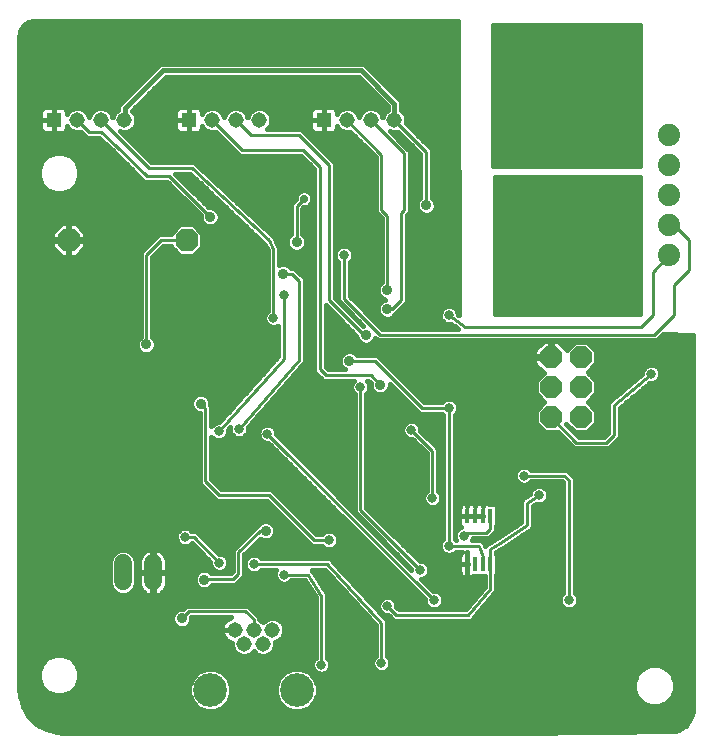
<source format=gbl>
G75*
%MOIN*%
%OFA0B0*%
%FSLAX24Y24*%
%IPPOS*%
%LPD*%
%AMOC8*
5,1,8,0,0,1.08239X$1,22.5*
%
%ADD10C,0.0100*%
%ADD11OC8,0.0760*%
%ADD12OC8,0.0740*%
%ADD13C,0.0515*%
%ADD14C,0.1122*%
%ADD15R,0.0177X0.0512*%
%ADD16R,0.0515X0.0515*%
%ADD17C,0.3543*%
%ADD18C,0.0740*%
%ADD19C,0.0600*%
%ADD20C,0.0160*%
%ADD21C,0.0317*%
%ADD22C,0.0320*%
%ADD23C,0.0356*%
%ADD24C,0.0157*%
%ADD25C,0.0277*%
D10*
X010924Y009386D02*
X011160Y009622D01*
X013050Y009622D01*
X013318Y009354D01*
X013318Y009008D01*
X012633Y010700D02*
X011687Y010700D01*
X011672Y010685D01*
X012183Y011250D02*
X011333Y012100D01*
X011033Y012100D01*
X012164Y013500D02*
X013833Y013500D01*
X015333Y012000D01*
X015833Y012000D01*
X015783Y011200D02*
X017583Y009250D01*
X017583Y007900D01*
X018083Y009500D02*
X017783Y009800D01*
X018083Y009500D02*
X020483Y009500D01*
X021217Y010384D01*
X021217Y011193D01*
X021217Y011716D01*
X021533Y011900D01*
X022433Y012500D01*
X022433Y013250D01*
X022833Y013500D01*
X022333Y014150D02*
X023683Y014150D01*
X023833Y014000D01*
X023833Y010000D01*
X020983Y011171D02*
X020961Y011193D01*
X020983Y011171D02*
X020983Y011450D01*
X020833Y011800D01*
X019833Y011800D01*
X019833Y016400D01*
X018933Y016400D01*
X017365Y017969D01*
X016514Y017969D01*
X017223Y017496D02*
X015727Y017496D01*
X015533Y017690D01*
X015533Y024450D01*
X014983Y025000D01*
X012940Y025000D01*
X011940Y026000D01*
X012727Y026000D02*
X013227Y025500D01*
X014833Y025500D01*
X015833Y024500D01*
X015833Y020000D01*
X016999Y018835D01*
X017066Y018835D01*
X017533Y018850D02*
X016333Y020050D01*
X016333Y021500D01*
X017774Y020331D02*
X017774Y022809D01*
X017583Y023000D01*
X017583Y024850D01*
X016440Y025994D01*
X016440Y026000D01*
X017227Y026000D02*
X018333Y024894D01*
X018333Y023000D01*
X018247Y022913D01*
X018247Y020016D01*
X017932Y019701D01*
X017774Y019701D01*
X017533Y018850D02*
X026683Y018850D01*
X027333Y019500D01*
X027333Y020500D01*
X027833Y021000D01*
X027833Y022000D01*
X027333Y022500D01*
X027183Y022500D01*
X026233Y022541D02*
X021333Y022541D01*
X021333Y022639D02*
X026233Y022639D01*
X026233Y022738D02*
X021333Y022738D01*
X021333Y022836D02*
X026233Y022836D01*
X026233Y022935D02*
X021333Y022935D01*
X021333Y023033D02*
X026233Y023033D01*
X026233Y023132D02*
X021333Y023132D01*
X021333Y023230D02*
X026233Y023230D01*
X026233Y023329D02*
X021333Y023329D01*
X021333Y023427D02*
X026233Y023427D01*
X026233Y023526D02*
X021333Y023526D01*
X021333Y023624D02*
X026233Y023624D01*
X026233Y023723D02*
X021333Y023723D01*
X021333Y023821D02*
X026233Y023821D01*
X026233Y023920D02*
X021333Y023920D01*
X021333Y024018D02*
X026233Y024018D01*
X026233Y024117D02*
X021333Y024117D01*
X021333Y024150D02*
X021333Y019500D01*
X026233Y019500D01*
X026233Y024150D01*
X021333Y024150D01*
X021283Y024450D02*
X026233Y024450D01*
X026233Y029200D01*
X021283Y029200D01*
X021283Y024450D01*
X021283Y024511D02*
X026233Y024511D01*
X026233Y024609D02*
X021283Y024609D01*
X021283Y024708D02*
X026233Y024708D01*
X026233Y024806D02*
X021283Y024806D01*
X021283Y024905D02*
X026233Y024905D01*
X026233Y025003D02*
X021283Y025003D01*
X021283Y025102D02*
X026233Y025102D01*
X026233Y025200D02*
X021283Y025200D01*
X021283Y025299D02*
X026233Y025299D01*
X026233Y025397D02*
X021283Y025397D01*
X021283Y025496D02*
X026233Y025496D01*
X026233Y025594D02*
X021283Y025594D01*
X021283Y025693D02*
X026233Y025693D01*
X026233Y025791D02*
X021283Y025791D01*
X021283Y025890D02*
X026233Y025890D01*
X026233Y025988D02*
X021283Y025988D01*
X021283Y026087D02*
X026233Y026087D01*
X026233Y026185D02*
X021283Y026185D01*
X021283Y026284D02*
X026233Y026284D01*
X026233Y026382D02*
X021283Y026382D01*
X021283Y026481D02*
X026233Y026481D01*
X026233Y026579D02*
X021283Y026579D01*
X021283Y026678D02*
X026233Y026678D01*
X026233Y026776D02*
X021283Y026776D01*
X021283Y026875D02*
X026233Y026875D01*
X026233Y026973D02*
X021283Y026973D01*
X021283Y027072D02*
X026233Y027072D01*
X026233Y027170D02*
X021283Y027170D01*
X021283Y027269D02*
X026233Y027269D01*
X026233Y027367D02*
X021283Y027367D01*
X021283Y027466D02*
X026233Y027466D01*
X026233Y027564D02*
X021283Y027564D01*
X021283Y027663D02*
X026233Y027663D01*
X026233Y027761D02*
X021283Y027761D01*
X021283Y027860D02*
X026233Y027860D01*
X026233Y027958D02*
X021283Y027958D01*
X021283Y028057D02*
X026233Y028057D01*
X026233Y028155D02*
X021283Y028155D01*
X021283Y028254D02*
X026233Y028254D01*
X026233Y028352D02*
X021283Y028352D01*
X021283Y028451D02*
X026233Y028451D01*
X026233Y028549D02*
X021283Y028549D01*
X021283Y028648D02*
X026233Y028648D01*
X026233Y028746D02*
X021283Y028746D01*
X021283Y028845D02*
X026233Y028845D01*
X026233Y028943D02*
X021283Y028943D01*
X021283Y029042D02*
X026233Y029042D01*
X026233Y029140D02*
X021283Y029140D01*
X018014Y026000D02*
X019073Y024941D01*
X019073Y023165D01*
X021333Y022442D02*
X026233Y022442D01*
X026233Y022344D02*
X021333Y022344D01*
X021333Y022245D02*
X026233Y022245D01*
X026233Y022147D02*
X021333Y022147D01*
X021333Y022048D02*
X026233Y022048D01*
X026233Y021950D02*
X021333Y021950D01*
X021333Y021851D02*
X026233Y021851D01*
X026233Y021753D02*
X021333Y021753D01*
X021333Y021654D02*
X026233Y021654D01*
X026233Y021556D02*
X021333Y021556D01*
X021333Y021457D02*
X026233Y021457D01*
X026233Y021359D02*
X021333Y021359D01*
X021333Y021260D02*
X026233Y021260D01*
X026233Y021162D02*
X021333Y021162D01*
X021333Y021063D02*
X026233Y021063D01*
X026233Y020965D02*
X021333Y020965D01*
X021333Y020866D02*
X026233Y020866D01*
X026233Y020768D02*
X021333Y020768D01*
X021333Y020669D02*
X026233Y020669D01*
X026233Y020571D02*
X021333Y020571D01*
X021333Y020472D02*
X026233Y020472D01*
X026233Y020374D02*
X021333Y020374D01*
X021333Y020275D02*
X026233Y020275D01*
X026233Y020177D02*
X021333Y020177D01*
X021333Y020078D02*
X026233Y020078D01*
X026233Y019980D02*
X021333Y019980D01*
X021333Y019881D02*
X026233Y019881D01*
X026233Y019783D02*
X021333Y019783D01*
X021333Y019684D02*
X026233Y019684D01*
X026233Y019586D02*
X021333Y019586D01*
X020383Y019100D02*
X026233Y019100D01*
X026633Y019500D01*
X026633Y020950D01*
X027183Y021500D01*
X026583Y017550D02*
X025333Y016500D01*
X025333Y015500D01*
X025083Y015250D01*
X024083Y015250D01*
X023233Y016100D01*
X021217Y012807D02*
X021217Y012384D01*
X021083Y012250D01*
X020433Y012250D01*
X020333Y012150D01*
X019283Y013400D02*
X019283Y014971D01*
X018583Y015671D01*
X017538Y017181D02*
X017223Y017496D01*
X016883Y017100D02*
X016883Y013000D01*
X018883Y011000D01*
X019333Y010000D02*
X013782Y015551D01*
X012833Y015700D02*
X014833Y018000D01*
X014833Y020646D01*
X014597Y020882D01*
X014310Y020882D01*
X014333Y020163D02*
X014333Y018050D01*
X012155Y015621D01*
X011711Y016394D02*
X011711Y013953D01*
X012164Y013500D01*
X013527Y012304D02*
X013729Y012304D01*
X013527Y012304D02*
X012814Y011591D01*
X012814Y010880D01*
X012633Y010700D01*
X013333Y011200D02*
X015783Y011200D01*
X015133Y010850D02*
X015583Y010150D01*
X015583Y007850D01*
X015133Y010850D02*
X014333Y010850D01*
X011711Y016394D02*
X011554Y016551D01*
X009743Y018520D02*
X009743Y021512D01*
X010231Y022000D01*
X011093Y022000D01*
X011869Y022772D02*
X010515Y024125D01*
X009758Y024125D01*
X008740Y025144D01*
X008233Y025600D01*
X007833Y025606D01*
X007440Y026000D01*
X008227Y026000D02*
X008727Y025500D01*
X008833Y025400D01*
X009833Y024400D01*
X011283Y024400D01*
X013833Y022000D01*
X013983Y021700D01*
X013983Y019406D01*
X014751Y021930D02*
X014751Y023131D01*
X015001Y023380D01*
X019833Y019500D02*
X020383Y019100D01*
D11*
X011093Y022000D03*
X007156Y022000D03*
D12*
X023233Y018100D03*
X024233Y018100D03*
X024233Y017100D03*
X023233Y017100D03*
X023233Y016100D03*
X024233Y016100D03*
D13*
X013948Y009008D03*
X013633Y008535D03*
X013318Y009008D03*
X013003Y008535D03*
X012688Y009008D03*
X012727Y026000D03*
X011940Y026000D03*
X013514Y026000D03*
X016440Y026000D03*
X017227Y026000D03*
X018014Y026000D03*
X009014Y026000D03*
X008227Y026000D03*
X007440Y026000D03*
D14*
X011881Y007000D03*
X014755Y007000D03*
D15*
X020449Y011193D03*
X020705Y011193D03*
X020961Y011193D03*
X021217Y011193D03*
X021217Y012807D03*
X020961Y012807D03*
X020705Y012807D03*
X020449Y012807D03*
D16*
X015652Y026000D03*
X011152Y026000D03*
X006652Y026000D03*
D17*
X024231Y027260D03*
X024231Y021354D03*
D18*
X027183Y021500D03*
X027183Y022500D03*
X027183Y023500D03*
X027183Y024500D03*
X027183Y025500D03*
D19*
X009967Y011221D02*
X009967Y010621D01*
X008967Y010621D02*
X008967Y011221D01*
D20*
X005976Y005976D02*
X027838Y005976D01*
X027882Y006037D02*
X027729Y005825D01*
X027517Y005671D01*
X027378Y005626D01*
X022128Y005580D01*
X006949Y005580D01*
X006762Y005592D01*
X006400Y005689D01*
X006075Y005877D01*
X005810Y006142D01*
X005623Y006466D01*
X005526Y006828D01*
X005513Y007016D01*
X005513Y028792D01*
X005520Y028874D01*
X005570Y029030D01*
X005667Y029162D01*
X005800Y029259D01*
X005956Y029310D01*
X006038Y029316D01*
X020124Y029316D01*
X020171Y019490D01*
X020133Y019517D01*
X020133Y019560D01*
X020088Y019670D01*
X020003Y019754D01*
X019893Y019800D01*
X019774Y019800D01*
X019663Y019754D01*
X019579Y019670D01*
X019533Y019560D01*
X019533Y019440D01*
X019579Y019330D01*
X019663Y019246D01*
X019774Y019200D01*
X019893Y019200D01*
X019912Y019208D01*
X020143Y019040D01*
X017612Y019040D01*
X016523Y020129D01*
X016523Y021266D01*
X016588Y021330D01*
X016633Y021440D01*
X016633Y021560D01*
X016588Y021670D01*
X016503Y021754D01*
X016393Y021800D01*
X016274Y021800D01*
X016163Y021754D01*
X016079Y021670D01*
X016033Y021560D01*
X016033Y021440D01*
X016079Y021330D01*
X016143Y021266D01*
X016143Y019971D01*
X016255Y019860D01*
X016974Y019141D01*
X016965Y019137D01*
X016023Y020079D01*
X016023Y024579D01*
X015912Y024690D01*
X014912Y025690D01*
X013767Y025690D01*
X013851Y025775D01*
X013912Y025921D01*
X013912Y026079D01*
X013851Y026225D01*
X013740Y026337D01*
X013593Y026397D01*
X013435Y026397D01*
X013289Y026337D01*
X013177Y026225D01*
X013121Y026088D01*
X013064Y026225D01*
X012952Y026337D01*
X012806Y026397D01*
X012648Y026397D01*
X012502Y026337D01*
X012390Y026225D01*
X012333Y026088D01*
X012277Y026225D01*
X012165Y026337D01*
X012019Y026397D01*
X011861Y026397D01*
X011714Y026337D01*
X011603Y026225D01*
X011590Y026194D01*
X011590Y026281D01*
X011577Y026327D01*
X011554Y026368D01*
X011520Y026402D01*
X011479Y026425D01*
X011433Y026437D01*
X011152Y026437D01*
X010871Y026437D01*
X010825Y026425D01*
X010784Y026402D01*
X010751Y026368D01*
X010727Y026327D01*
X010715Y026281D01*
X010715Y026000D01*
X010715Y025719D01*
X010727Y025673D01*
X010751Y025632D01*
X010784Y025598D01*
X010825Y025575D01*
X010871Y025563D01*
X011152Y025563D01*
X011152Y026000D01*
X010715Y026000D01*
X011152Y026000D01*
X011152Y026000D01*
X011152Y026000D01*
X011152Y026437D01*
X011152Y026000D01*
X011152Y026000D01*
X011152Y025563D01*
X011433Y025563D01*
X011479Y025575D01*
X011520Y025598D01*
X011554Y025632D01*
X011577Y025673D01*
X011590Y025719D01*
X011590Y025806D01*
X011603Y025775D01*
X011714Y025663D01*
X011861Y025603D01*
X012019Y025603D01*
X012054Y025617D01*
X012750Y024921D01*
X012861Y024810D01*
X014905Y024810D01*
X015343Y024371D01*
X015343Y017611D01*
X015537Y017417D01*
X015648Y017306D01*
X016665Y017306D01*
X016629Y017270D01*
X016583Y017160D01*
X016583Y017040D01*
X016629Y016930D01*
X016693Y016866D01*
X016693Y012921D01*
X018583Y011031D01*
X018583Y011019D01*
X014082Y015520D01*
X014082Y015611D01*
X014036Y015721D01*
X013952Y015806D01*
X013842Y015851D01*
X013722Y015851D01*
X013612Y015806D01*
X013528Y015721D01*
X013482Y015611D01*
X013482Y015492D01*
X013528Y015381D01*
X013612Y015297D01*
X013722Y015251D01*
X013813Y015251D01*
X019033Y010031D01*
X019033Y009940D01*
X019079Y009830D01*
X019163Y009746D01*
X019274Y009700D01*
X019393Y009700D01*
X019503Y009746D01*
X019588Y009830D01*
X019633Y009940D01*
X019633Y010060D01*
X019588Y010170D01*
X019503Y010254D01*
X019393Y010300D01*
X019302Y010300D01*
X018902Y010700D01*
X018943Y010700D01*
X019053Y010746D01*
X019138Y010830D01*
X019183Y010940D01*
X019183Y011060D01*
X019138Y011170D01*
X019053Y011254D01*
X018943Y011300D01*
X018852Y011300D01*
X017073Y013079D01*
X017073Y016866D01*
X017138Y016930D01*
X017183Y017040D01*
X017183Y017160D01*
X017138Y017270D01*
X017102Y017306D01*
X017144Y017306D01*
X017220Y017231D01*
X017220Y017118D01*
X017268Y017001D01*
X017358Y016911D01*
X017475Y016863D01*
X017601Y016863D01*
X017718Y016911D01*
X017808Y017001D01*
X017856Y017118D01*
X017856Y017208D01*
X018743Y016321D01*
X018855Y016210D01*
X019599Y016210D01*
X019643Y016166D01*
X019643Y012034D01*
X019579Y011970D01*
X019533Y011860D01*
X019533Y011740D01*
X019579Y011630D01*
X019663Y011546D01*
X019774Y011500D01*
X019893Y011500D01*
X020003Y011546D01*
X020068Y011610D01*
X020280Y011610D01*
X020250Y011593D01*
X020217Y011559D01*
X020193Y011518D01*
X020181Y011473D01*
X020181Y011193D01*
X020449Y011193D01*
X020449Y011193D01*
X020181Y011193D01*
X020181Y010913D01*
X020193Y010868D01*
X020217Y010826D01*
X020250Y010793D01*
X020291Y010769D01*
X020337Y010757D01*
X020449Y010757D01*
X020449Y011193D01*
X020449Y011610D01*
X020449Y011610D01*
X020449Y011193D01*
X020449Y011193D01*
X020449Y011193D01*
X020449Y010757D01*
X020562Y010757D01*
X020608Y010769D01*
X020649Y010793D01*
X020653Y010797D01*
X021027Y010797D01*
X021027Y010452D01*
X020394Y009690D01*
X018162Y009690D01*
X018083Y009769D01*
X018083Y009860D01*
X018038Y009970D01*
X017953Y010054D01*
X017843Y010100D01*
X017724Y010100D01*
X017613Y010054D01*
X017529Y009970D01*
X017483Y009860D01*
X017483Y009740D01*
X017529Y009630D01*
X017613Y009546D01*
X017724Y009500D01*
X017815Y009500D01*
X018005Y009310D01*
X020415Y009310D01*
X020423Y009304D01*
X020492Y009310D01*
X020562Y009310D01*
X020569Y009317D01*
X020579Y009318D01*
X020624Y009372D01*
X020673Y009421D01*
X020673Y009431D01*
X021358Y010256D01*
X021407Y010305D01*
X021407Y010315D01*
X021414Y010323D01*
X021407Y010393D01*
X021407Y010840D01*
X021446Y010879D01*
X021446Y011507D01*
X021407Y011545D01*
X021407Y011607D01*
X021567Y011700D01*
X021573Y011698D01*
X021634Y011739D01*
X021697Y011775D01*
X021699Y011782D01*
X022491Y012310D01*
X022512Y012310D01*
X022554Y012352D01*
X022604Y012386D01*
X022608Y012406D01*
X022623Y012421D01*
X022623Y012481D01*
X022635Y012540D01*
X022623Y012558D01*
X022623Y013145D01*
X022736Y013215D01*
X022774Y013200D01*
X022893Y013200D01*
X023003Y013246D01*
X023088Y013330D01*
X023133Y013440D01*
X023133Y013560D01*
X023088Y013670D01*
X023003Y013754D01*
X022893Y013800D01*
X022774Y013800D01*
X022663Y013754D01*
X022579Y013670D01*
X022533Y013560D01*
X022533Y013537D01*
X022379Y013440D01*
X022355Y013440D01*
X022314Y013400D01*
X022266Y013369D01*
X022260Y013346D01*
X022243Y013329D01*
X022243Y013272D01*
X022231Y013216D01*
X022243Y013196D01*
X022243Y012602D01*
X021433Y012061D01*
X021166Y011906D01*
X021138Y011906D01*
X021100Y011868D01*
X021054Y011841D01*
X021047Y011814D01*
X021038Y011805D01*
X021023Y011839D01*
X021023Y011879D01*
X020994Y011908D01*
X020977Y011947D01*
X020940Y011962D01*
X020912Y011990D01*
X020870Y011990D01*
X020831Y012006D01*
X020794Y011990D01*
X020592Y011990D01*
X020621Y012060D01*
X021162Y012060D01*
X021273Y012171D01*
X021407Y012305D01*
X021407Y012455D01*
X021446Y012493D01*
X021446Y013121D01*
X021364Y013203D01*
X021164Y013203D01*
X021160Y013207D01*
X021119Y013231D01*
X021074Y013243D01*
X020961Y013243D01*
X020849Y013243D01*
X020833Y013239D01*
X020818Y013243D01*
X020705Y013243D01*
X020593Y013243D01*
X020577Y013239D01*
X020562Y013243D01*
X020449Y013243D01*
X020337Y013243D01*
X020291Y013231D01*
X020250Y013207D01*
X020217Y013174D01*
X020193Y013132D01*
X020181Y013087D01*
X020181Y012807D01*
X020181Y012527D01*
X020193Y012482D01*
X020217Y012441D01*
X020227Y012431D01*
X020163Y012404D01*
X020079Y012320D01*
X020033Y012210D01*
X020033Y012090D01*
X020075Y011990D01*
X020068Y011990D01*
X020023Y012034D01*
X020023Y016166D01*
X020088Y016230D01*
X020133Y016340D01*
X020133Y016460D01*
X020088Y016570D01*
X020003Y016654D01*
X019893Y016700D01*
X019774Y016700D01*
X019663Y016654D01*
X019599Y016590D01*
X019012Y016590D01*
X017444Y018159D01*
X016774Y018159D01*
X016695Y018238D01*
X016578Y018287D01*
X016451Y018287D01*
X016334Y018238D01*
X016245Y018149D01*
X016196Y018032D01*
X016196Y017905D01*
X016245Y017788D01*
X016334Y017699D01*
X016365Y017686D01*
X015806Y017686D01*
X015723Y017768D01*
X015723Y019841D01*
X016748Y018817D01*
X016748Y018771D01*
X016796Y018654D01*
X016885Y018565D01*
X017002Y018517D01*
X017129Y018517D01*
X017246Y018565D01*
X017335Y018654D01*
X017372Y018743D01*
X017455Y018660D01*
X026762Y018660D01*
X026957Y018855D01*
X027973Y018851D01*
X027973Y006416D01*
X027963Y006285D01*
X027882Y006037D01*
X027914Y006134D02*
X005818Y006134D01*
X005723Y006293D02*
X027964Y006293D01*
X027973Y006451D02*
X015197Y006451D01*
X015152Y006406D02*
X015349Y006603D01*
X015456Y006861D01*
X015456Y007139D01*
X015349Y007397D01*
X015152Y007594D01*
X014894Y007701D01*
X014615Y007701D01*
X014357Y007594D01*
X014160Y007397D01*
X014054Y007139D01*
X014054Y006861D01*
X014160Y006603D01*
X014357Y006406D01*
X014615Y006299D01*
X014894Y006299D01*
X015152Y006406D01*
X015352Y006610D02*
X026262Y006610D01*
X026298Y006574D02*
X026548Y006470D01*
X026819Y006470D01*
X027069Y006574D01*
X027260Y006765D01*
X027363Y007015D01*
X027363Y007285D01*
X027260Y007535D01*
X027069Y007726D01*
X026819Y007830D01*
X026548Y007830D01*
X026298Y007726D01*
X026107Y007535D01*
X026003Y007285D01*
X026003Y007015D01*
X026107Y006765D01*
X026298Y006574D01*
X026106Y006768D02*
X015417Y006768D01*
X015456Y006927D02*
X026040Y006927D01*
X026003Y007085D02*
X015456Y007085D01*
X015413Y007244D02*
X026003Y007244D01*
X026052Y007402D02*
X015344Y007402D01*
X015413Y007596D02*
X015524Y007550D01*
X015643Y007550D01*
X015753Y007596D01*
X015838Y007680D01*
X015883Y007790D01*
X015883Y007910D01*
X015838Y008020D01*
X015773Y008084D01*
X015773Y010130D01*
X015786Y010187D01*
X015773Y010206D01*
X015773Y010229D01*
X015732Y010270D01*
X015323Y010906D01*
X015323Y010929D01*
X015282Y010970D01*
X015256Y011010D01*
X015700Y011010D01*
X017393Y009176D01*
X017393Y008134D01*
X017329Y008070D01*
X017283Y007960D01*
X017283Y007840D01*
X017329Y007730D01*
X017413Y007646D01*
X017524Y007600D01*
X017643Y007600D01*
X017753Y007646D01*
X017838Y007730D01*
X017883Y007840D01*
X017883Y007960D01*
X017838Y008070D01*
X017773Y008134D01*
X017773Y009246D01*
X017776Y009321D01*
X017773Y009324D01*
X017773Y009329D01*
X017720Y009382D01*
X015973Y011274D01*
X015973Y011279D01*
X015920Y011332D01*
X015870Y011387D01*
X015865Y011387D01*
X015862Y011390D01*
X015787Y011390D01*
X015712Y011393D01*
X015709Y011390D01*
X013568Y011390D01*
X013503Y011454D01*
X013393Y011500D01*
X013274Y011500D01*
X013163Y011454D01*
X013079Y011370D01*
X013033Y011260D01*
X013033Y011140D01*
X013079Y011030D01*
X013163Y010946D01*
X013274Y010900D01*
X013393Y010900D01*
X013503Y010946D01*
X013568Y011010D01*
X014075Y011010D01*
X014033Y010910D01*
X014033Y010790D01*
X014079Y010680D01*
X014163Y010596D01*
X014274Y010550D01*
X014393Y010550D01*
X014503Y010596D01*
X014568Y010660D01*
X015030Y010660D01*
X015393Y010094D01*
X015393Y008084D01*
X015329Y008020D01*
X015283Y007910D01*
X015283Y007790D01*
X015329Y007680D01*
X015413Y007596D01*
X015498Y007561D02*
X015185Y007561D01*
X015313Y007719D02*
X007479Y007719D01*
X007513Y007635D02*
X007410Y007885D01*
X007219Y008076D01*
X006969Y008180D01*
X006698Y008180D01*
X006448Y008076D01*
X006257Y007885D01*
X006153Y007635D01*
X006153Y007365D01*
X006257Y007115D01*
X006448Y006924D01*
X006698Y006820D01*
X006969Y006820D01*
X007219Y006924D01*
X007410Y007115D01*
X007513Y007365D01*
X007513Y007635D01*
X007513Y007561D02*
X011450Y007561D01*
X011483Y007594D02*
X011286Y007397D01*
X011180Y007139D01*
X011180Y006861D01*
X011286Y006603D01*
X011483Y006406D01*
X011741Y006299D01*
X012020Y006299D01*
X012278Y006406D01*
X012475Y006603D01*
X012582Y006861D01*
X012582Y007139D01*
X012475Y007397D01*
X012278Y007594D01*
X012020Y007701D01*
X011741Y007701D01*
X011483Y007594D01*
X011291Y007402D02*
X007513Y007402D01*
X007463Y007244D02*
X011223Y007244D01*
X011180Y007085D02*
X007380Y007085D01*
X007221Y006927D02*
X011180Y006927D01*
X011218Y006768D02*
X005542Y006768D01*
X005519Y006927D02*
X006445Y006927D01*
X006287Y007085D02*
X005513Y007085D01*
X005513Y007244D02*
X006204Y007244D01*
X006153Y007402D02*
X005513Y007402D01*
X005513Y007561D02*
X006153Y007561D01*
X006188Y007719D02*
X005513Y007719D01*
X005513Y007878D02*
X006254Y007878D01*
X006408Y008036D02*
X005513Y008036D01*
X005513Y008195D02*
X012787Y008195D01*
X012777Y008198D02*
X012924Y008138D01*
X013082Y008138D01*
X013228Y008198D01*
X013318Y008288D01*
X013407Y008198D01*
X013553Y008138D01*
X013712Y008138D01*
X013858Y008198D01*
X013970Y008310D01*
X014030Y008456D01*
X014030Y008612D01*
X014173Y008671D01*
X014284Y008783D01*
X014345Y008929D01*
X014345Y009087D01*
X014284Y009233D01*
X014173Y009345D01*
X014027Y009405D01*
X013868Y009405D01*
X013722Y009345D01*
X013633Y009255D01*
X013543Y009345D01*
X013508Y009359D01*
X013508Y009433D01*
X013396Y009544D01*
X013129Y009812D01*
X011081Y009812D01*
X010973Y009704D01*
X010861Y009704D01*
X010744Y009656D01*
X010654Y009566D01*
X010606Y009449D01*
X010606Y009323D01*
X010654Y009206D01*
X010744Y009116D01*
X010861Y009068D01*
X010987Y009068D01*
X011104Y009116D01*
X011194Y009206D01*
X011242Y009323D01*
X011242Y009432D01*
X012577Y009432D01*
X012520Y009413D01*
X012458Y009382D01*
X012403Y009342D01*
X012354Y009293D01*
X012313Y009237D01*
X012282Y009176D01*
X012261Y009110D01*
X012250Y009042D01*
X012250Y009008D01*
X012688Y009008D01*
X012688Y009008D01*
X012250Y009008D01*
X012250Y008973D01*
X012261Y008905D01*
X012282Y008840D01*
X012313Y008779D01*
X012354Y008723D01*
X012403Y008674D01*
X012458Y008634D01*
X012520Y008602D01*
X012585Y008581D01*
X012605Y008578D01*
X012605Y008456D01*
X012666Y008310D01*
X012777Y008198D01*
X012648Y008353D02*
X005513Y008353D01*
X005513Y008512D02*
X012605Y008512D01*
X012408Y008670D02*
X005513Y008670D01*
X005513Y008829D02*
X012288Y008829D01*
X012250Y008987D02*
X005513Y008987D01*
X005513Y009146D02*
X010714Y009146D01*
X010613Y009304D02*
X005513Y009304D01*
X005513Y009463D02*
X010611Y009463D01*
X010709Y009621D02*
X005513Y009621D01*
X005513Y009780D02*
X011049Y009780D01*
X011234Y009304D02*
X012365Y009304D01*
X012272Y009146D02*
X011133Y009146D01*
X010280Y010255D02*
X010333Y010309D01*
X010378Y010370D01*
X010412Y010437D01*
X010435Y010509D01*
X010447Y010583D01*
X010447Y010901D01*
X009987Y010901D01*
X009987Y010141D01*
X010005Y010141D01*
X010080Y010153D01*
X010151Y010176D01*
X010219Y010211D01*
X010280Y010255D01*
X015290Y010255D01*
X015392Y010097D02*
X005513Y010097D01*
X005513Y010255D02*
X008711Y010255D01*
X008718Y010248D02*
X008880Y010181D01*
X009055Y010181D01*
X009216Y010248D01*
X009340Y010372D01*
X009407Y010534D01*
X009407Y011309D01*
X009340Y011470D01*
X009216Y011594D01*
X009055Y011661D01*
X008880Y011661D01*
X008718Y011594D01*
X008594Y011470D01*
X008527Y011309D01*
X008527Y010534D01*
X008594Y010372D01*
X008718Y010248D01*
X008577Y010414D02*
X005513Y010414D01*
X005513Y010572D02*
X008527Y010572D01*
X008527Y010731D02*
X005513Y010731D01*
X005513Y010889D02*
X008527Y010889D01*
X008527Y011048D02*
X005513Y011048D01*
X005513Y011206D02*
X008527Y011206D01*
X008550Y011365D02*
X005513Y011365D01*
X005513Y011523D02*
X008647Y011523D01*
X009288Y011523D02*
X009593Y011523D01*
X009601Y011534D02*
X009557Y011473D01*
X009522Y011406D01*
X009499Y011334D01*
X009487Y011259D01*
X009487Y010941D01*
X009947Y010941D01*
X009947Y010901D01*
X009987Y010901D01*
X009987Y010941D01*
X010447Y010941D01*
X010447Y011259D01*
X010435Y011334D01*
X010412Y011406D01*
X010378Y011473D01*
X010333Y011534D01*
X010280Y011587D01*
X010219Y011632D01*
X010151Y011666D01*
X010080Y011689D01*
X010005Y011701D01*
X009987Y011701D01*
X009987Y010941D01*
X009947Y010941D01*
X009947Y011701D01*
X009929Y011701D01*
X009855Y011689D01*
X009783Y011666D01*
X009716Y011632D01*
X009654Y011587D01*
X009601Y011534D01*
X009509Y011365D02*
X009384Y011365D01*
X009407Y011206D02*
X009487Y011206D01*
X009487Y011048D02*
X009407Y011048D01*
X009407Y010889D02*
X009487Y010889D01*
X009487Y010901D02*
X009487Y010583D01*
X009499Y010509D01*
X009522Y010437D01*
X009557Y010370D01*
X009601Y010309D01*
X009654Y010255D01*
X009716Y010211D01*
X009783Y010176D01*
X009855Y010153D01*
X009929Y010141D01*
X009947Y010141D01*
X009947Y010901D01*
X009487Y010901D01*
X009487Y010731D02*
X009407Y010731D01*
X009407Y010572D02*
X009489Y010572D01*
X009534Y010414D02*
X009357Y010414D01*
X009223Y010255D02*
X009655Y010255D01*
X009947Y010255D02*
X009987Y010255D01*
X009987Y010414D02*
X009947Y010414D01*
X009947Y010572D02*
X009987Y010572D01*
X009987Y010731D02*
X009947Y010731D01*
X009947Y010889D02*
X009987Y010889D01*
X009987Y011048D02*
X009947Y011048D01*
X009947Y011206D02*
X009987Y011206D01*
X009987Y011365D02*
X009947Y011365D01*
X009947Y011523D02*
X009987Y011523D01*
X009987Y011682D02*
X009947Y011682D01*
X009830Y011682D02*
X005513Y011682D01*
X005513Y011840D02*
X010877Y011840D01*
X010863Y011846D02*
X010974Y011800D01*
X011093Y011800D01*
X011203Y011846D01*
X011261Y011904D01*
X011883Y011281D01*
X011883Y011190D01*
X011929Y011080D01*
X012013Y010996D01*
X012124Y010950D01*
X012243Y010950D01*
X012353Y010996D01*
X012438Y011080D01*
X012483Y011190D01*
X012483Y011310D01*
X012438Y011420D01*
X012353Y011504D01*
X012243Y011550D01*
X012152Y011550D01*
X011412Y012290D01*
X011268Y012290D01*
X011203Y012354D01*
X011093Y012400D01*
X010974Y012400D01*
X010863Y012354D01*
X010779Y012270D01*
X010733Y012160D01*
X010733Y012040D01*
X010779Y011930D01*
X010863Y011846D01*
X010751Y011999D02*
X005513Y011999D01*
X005513Y012157D02*
X010733Y012157D01*
X010825Y012316D02*
X005513Y012316D01*
X005513Y012474D02*
X013428Y012474D01*
X013449Y012494D02*
X013337Y012383D01*
X012624Y011669D01*
X012624Y010959D01*
X012555Y010890D01*
X011917Y010890D01*
X011852Y010955D01*
X011735Y011003D01*
X011609Y011003D01*
X011492Y010955D01*
X011402Y010865D01*
X011354Y010748D01*
X011354Y010622D01*
X011402Y010505D01*
X011492Y010415D01*
X011609Y010367D01*
X011735Y010367D01*
X011852Y010415D01*
X011942Y010505D01*
X011944Y010510D01*
X012712Y010510D01*
X012892Y010690D01*
X013004Y010802D01*
X013004Y011512D01*
X013538Y012046D01*
X013549Y012035D01*
X013666Y011986D01*
X013792Y011986D01*
X013909Y012035D01*
X013999Y012124D01*
X014047Y012241D01*
X014047Y012368D01*
X013999Y012485D01*
X013909Y012574D01*
X013792Y012622D01*
X013666Y012622D01*
X013549Y012574D01*
X013469Y012494D01*
X013449Y012494D01*
X013270Y012316D02*
X011242Y012316D01*
X011545Y012157D02*
X013111Y012157D01*
X012953Y011999D02*
X011704Y011999D01*
X011862Y011840D02*
X012794Y011840D01*
X012636Y011682D02*
X012021Y011682D01*
X012308Y011523D02*
X012624Y011523D01*
X012624Y011365D02*
X012461Y011365D01*
X012483Y011206D02*
X012624Y011206D01*
X012624Y011048D02*
X012405Y011048D01*
X011962Y011048D02*
X010447Y011048D01*
X010447Y011206D02*
X011883Y011206D01*
X011800Y011365D02*
X010425Y011365D01*
X010341Y011523D02*
X011642Y011523D01*
X011483Y011682D02*
X010104Y011682D01*
X010447Y010889D02*
X011426Y010889D01*
X011354Y010731D02*
X010447Y010731D01*
X010445Y010572D02*
X011374Y010572D01*
X011496Y010414D02*
X010400Y010414D01*
X011190Y011840D02*
X011325Y011840D01*
X011848Y010414D02*
X015188Y010414D01*
X015086Y010572D02*
X014446Y010572D01*
X014221Y010572D02*
X012774Y010572D01*
X012933Y010731D02*
X014058Y010731D01*
X014033Y010889D02*
X013004Y010889D01*
X013004Y011048D02*
X013072Y011048D01*
X013033Y011206D02*
X013004Y011206D01*
X013004Y011365D02*
X013077Y011365D01*
X013015Y011523D02*
X017542Y011523D01*
X017700Y011365D02*
X015890Y011365D01*
X016036Y011206D02*
X017859Y011206D01*
X018017Y011048D02*
X016183Y011048D01*
X016329Y010889D02*
X018176Y010889D01*
X018334Y010731D02*
X016475Y010731D01*
X016622Y010572D02*
X018493Y010572D01*
X018651Y010414D02*
X016768Y010414D01*
X016914Y010255D02*
X018810Y010255D01*
X018968Y010097D02*
X017851Y010097D01*
X017715Y010097D02*
X017061Y010097D01*
X017207Y009938D02*
X017516Y009938D01*
X017483Y009780D02*
X017353Y009780D01*
X017499Y009621D02*
X017538Y009621D01*
X017646Y009463D02*
X017852Y009463D01*
X017776Y009304D02*
X020422Y009304D01*
X020427Y009304D02*
X027973Y009304D01*
X027973Y009146D02*
X017773Y009146D01*
X017773Y008987D02*
X027973Y008987D01*
X027973Y008829D02*
X017773Y008829D01*
X017773Y008670D02*
X027973Y008670D01*
X027973Y008512D02*
X017773Y008512D01*
X017773Y008353D02*
X027973Y008353D01*
X027973Y008195D02*
X017773Y008195D01*
X017852Y008036D02*
X027973Y008036D01*
X027973Y007878D02*
X017883Y007878D01*
X017827Y007719D02*
X026291Y007719D01*
X026132Y007561D02*
X015668Y007561D01*
X015854Y007719D02*
X017340Y007719D01*
X017283Y007878D02*
X015883Y007878D01*
X015822Y008036D02*
X017315Y008036D01*
X017393Y008195D02*
X015773Y008195D01*
X015773Y008353D02*
X017393Y008353D01*
X017393Y008512D02*
X015773Y008512D01*
X015773Y008670D02*
X017393Y008670D01*
X017393Y008829D02*
X015773Y008829D01*
X015773Y008987D02*
X017393Y008987D01*
X017393Y009146D02*
X015773Y009146D01*
X015773Y009304D02*
X017275Y009304D01*
X017129Y009463D02*
X015773Y009463D01*
X015773Y009621D02*
X016982Y009621D01*
X016836Y009780D02*
X015773Y009780D01*
X015773Y009938D02*
X016690Y009938D01*
X016543Y010097D02*
X015773Y010097D01*
X015747Y010255D02*
X016397Y010255D01*
X016251Y010414D02*
X015640Y010414D01*
X015538Y010572D02*
X016104Y010572D01*
X015958Y010731D02*
X015436Y010731D01*
X015334Y010889D02*
X015812Y010889D01*
X015774Y011700D02*
X015893Y011700D01*
X016003Y011746D01*
X016088Y011830D01*
X016133Y011940D01*
X016133Y012060D01*
X016088Y012170D01*
X016003Y012254D01*
X015893Y012300D01*
X015774Y012300D01*
X015663Y012254D01*
X015599Y012190D01*
X015412Y012190D01*
X013912Y013690D01*
X012243Y013690D01*
X011901Y014031D01*
X011901Y015450D01*
X011985Y015367D01*
X012095Y015321D01*
X012214Y015321D01*
X012325Y015367D01*
X012409Y015451D01*
X012455Y015562D01*
X012455Y015671D01*
X012533Y015759D01*
X012533Y015640D01*
X012579Y015530D01*
X012663Y015446D01*
X012774Y015400D01*
X012893Y015400D01*
X013003Y015446D01*
X013088Y015530D01*
X013133Y015640D01*
X013133Y015755D01*
X014972Y017870D01*
X015023Y017921D01*
X015023Y017929D01*
X015028Y017935D01*
X015023Y018007D01*
X015023Y020724D01*
X014676Y021072D01*
X014570Y021072D01*
X014490Y021152D01*
X014373Y021200D01*
X014246Y021200D01*
X014173Y021170D01*
X014173Y021669D01*
X014188Y021715D01*
X014173Y021745D01*
X014173Y021779D01*
X014139Y021813D01*
X014022Y022048D01*
X014021Y022084D01*
X013988Y022115D01*
X013968Y022155D01*
X013933Y022167D01*
X011416Y024536D01*
X011362Y024590D01*
X011359Y024590D01*
X011356Y024592D01*
X011280Y024590D01*
X009912Y024590D01*
X009021Y025481D01*
X009021Y025484D01*
X008966Y025536D01*
X008912Y025590D01*
X008909Y025590D01*
X008864Y025632D01*
X008935Y025603D01*
X009093Y025603D01*
X009240Y025663D01*
X009351Y025775D01*
X009412Y025921D01*
X009412Y026079D01*
X009351Y026225D01*
X009263Y026313D01*
X010385Y027435D01*
X016818Y027435D01*
X017796Y026457D01*
X017796Y026340D01*
X017789Y026337D01*
X017677Y026225D01*
X017621Y026088D01*
X017564Y026225D01*
X017452Y026337D01*
X017306Y026397D01*
X017148Y026397D01*
X017002Y026337D01*
X016890Y026225D01*
X016833Y026088D01*
X016777Y026225D01*
X016665Y026337D01*
X016519Y026397D01*
X016361Y026397D01*
X016214Y026337D01*
X016103Y026225D01*
X016090Y026194D01*
X016090Y026281D01*
X016077Y026327D01*
X016054Y026368D01*
X016020Y026402D01*
X015979Y026425D01*
X015933Y026437D01*
X015652Y026437D01*
X015371Y026437D01*
X015325Y026425D01*
X015284Y026402D01*
X015251Y026368D01*
X015227Y026327D01*
X015215Y026281D01*
X015215Y026000D01*
X015215Y025719D01*
X015227Y025673D01*
X015251Y025632D01*
X015284Y025598D01*
X015325Y025575D01*
X015371Y025563D01*
X015652Y025563D01*
X015652Y026000D01*
X015215Y026000D01*
X015652Y026000D01*
X015652Y026000D01*
X015652Y026000D01*
X015652Y026437D01*
X015652Y026000D01*
X015652Y026000D01*
X015652Y025563D01*
X015933Y025563D01*
X015979Y025575D01*
X016020Y025598D01*
X016054Y025632D01*
X016077Y025673D01*
X016090Y025719D01*
X016090Y025806D01*
X016103Y025775D01*
X016214Y025663D01*
X016361Y025603D01*
X016519Y025603D01*
X016549Y025615D01*
X017393Y024771D01*
X017393Y022921D01*
X017584Y022730D01*
X017584Y020591D01*
X017505Y020511D01*
X017456Y020394D01*
X017456Y020267D01*
X017505Y020151D01*
X017594Y020061D01*
X017703Y020016D01*
X017594Y019970D01*
X017505Y019881D01*
X017456Y019764D01*
X017456Y019638D01*
X017505Y019521D01*
X017594Y019431D01*
X017711Y019383D01*
X017838Y019383D01*
X017954Y019431D01*
X018044Y019521D01*
X018061Y019561D01*
X018122Y019622D01*
X018437Y019937D01*
X018437Y022835D01*
X018523Y022921D01*
X018523Y024972D01*
X018412Y025084D01*
X017863Y025632D01*
X017935Y025603D01*
X018093Y025603D01*
X018129Y025617D01*
X018883Y024862D01*
X018883Y023425D01*
X018804Y023346D01*
X018755Y023229D01*
X018755Y023102D01*
X018804Y022985D01*
X018893Y022896D01*
X019010Y022847D01*
X019137Y022847D01*
X019254Y022896D01*
X019343Y022985D01*
X019392Y023102D01*
X019392Y023229D01*
X019343Y023346D01*
X019263Y023425D01*
X019263Y025020D01*
X018397Y025886D01*
X018412Y025921D01*
X018412Y026079D01*
X018351Y026225D01*
X018240Y026337D01*
X018233Y026340D01*
X018233Y026638D01*
X018105Y026766D01*
X016999Y027872D01*
X010203Y027872D01*
X010075Y027744D01*
X008815Y026484D01*
X008815Y026348D01*
X008789Y026337D01*
X008677Y026225D01*
X008621Y026088D01*
X008564Y026225D01*
X008452Y026337D01*
X008306Y026397D01*
X008148Y026397D01*
X008002Y026337D01*
X007890Y026225D01*
X007833Y026088D01*
X007777Y026225D01*
X007665Y026337D01*
X007519Y026397D01*
X007361Y026397D01*
X007214Y026337D01*
X007103Y026225D01*
X007090Y026194D01*
X007090Y026281D01*
X007077Y026327D01*
X007054Y026368D01*
X007020Y026402D01*
X006979Y026425D01*
X006933Y026437D01*
X006652Y026437D01*
X006371Y026437D01*
X006325Y026425D01*
X006284Y026402D01*
X006251Y026368D01*
X006227Y026327D01*
X006215Y026281D01*
X006215Y026000D01*
X006215Y025719D01*
X006227Y025673D01*
X006251Y025632D01*
X006284Y025598D01*
X006325Y025575D01*
X006371Y025563D01*
X006652Y025563D01*
X006652Y026000D01*
X006215Y026000D01*
X006652Y026000D01*
X006652Y026000D01*
X006652Y026000D01*
X006652Y026437D01*
X006652Y026000D01*
X006652Y026000D01*
X006652Y025563D01*
X006933Y025563D01*
X006979Y025575D01*
X007020Y025598D01*
X007054Y025632D01*
X007077Y025673D01*
X007090Y025719D01*
X007090Y025806D01*
X007103Y025775D01*
X007214Y025663D01*
X007361Y025603D01*
X007519Y025603D01*
X007554Y025617D01*
X007698Y025473D01*
X007752Y025418D01*
X007753Y025418D01*
X007755Y025416D01*
X007832Y025416D01*
X008159Y025411D01*
X008609Y025006D01*
X009568Y024047D01*
X009679Y023935D01*
X010436Y023935D01*
X011551Y022821D01*
X011551Y022708D01*
X011599Y022591D01*
X011689Y022502D01*
X011805Y022454D01*
X011932Y022454D01*
X012049Y022502D01*
X012138Y022591D01*
X012187Y022708D01*
X012187Y022835D01*
X012138Y022952D01*
X012049Y023041D01*
X011932Y023090D01*
X011819Y023090D01*
X010705Y024204D01*
X010699Y024210D01*
X011208Y024210D01*
X013679Y021885D01*
X013793Y021655D01*
X013793Y019641D01*
X013729Y019576D01*
X013683Y019466D01*
X013683Y019347D01*
X013729Y019236D01*
X013813Y019152D01*
X013924Y019106D01*
X014043Y019106D01*
X014143Y019148D01*
X014143Y018123D01*
X012168Y015921D01*
X012095Y015921D01*
X011985Y015876D01*
X011901Y015792D01*
X011901Y016472D01*
X011872Y016502D01*
X011872Y016614D01*
X011823Y016731D01*
X011734Y016821D01*
X011617Y016869D01*
X011491Y016869D01*
X011374Y016821D01*
X011284Y016731D01*
X011236Y016614D01*
X011236Y016488D01*
X011284Y016371D01*
X011374Y016281D01*
X011491Y016233D01*
X011521Y016233D01*
X011521Y013874D01*
X011974Y013421D01*
X012085Y013310D01*
X013755Y013310D01*
X015255Y011810D01*
X015599Y011810D01*
X015663Y011746D01*
X015774Y011700D01*
X016092Y011840D02*
X017225Y011840D01*
X017383Y011682D02*
X013173Y011682D01*
X013332Y011840D02*
X015225Y011840D01*
X015066Y011999D02*
X013822Y011999D01*
X013636Y011999D02*
X013490Y011999D01*
X014012Y012157D02*
X014908Y012157D01*
X014749Y012316D02*
X014047Y012316D01*
X014003Y012474D02*
X014591Y012474D01*
X014432Y012633D02*
X005513Y012633D01*
X005513Y012791D02*
X014274Y012791D01*
X014115Y012950D02*
X005513Y012950D01*
X005513Y013108D02*
X013957Y013108D01*
X013798Y013267D02*
X005513Y013267D01*
X005513Y013425D02*
X011970Y013425D01*
X011812Y013584D02*
X005513Y013584D01*
X005513Y013742D02*
X011653Y013742D01*
X011521Y013901D02*
X005513Y013901D01*
X005513Y014059D02*
X011521Y014059D01*
X011521Y014218D02*
X005513Y014218D01*
X005513Y014376D02*
X011521Y014376D01*
X011521Y014535D02*
X005513Y014535D01*
X005513Y014693D02*
X011521Y014693D01*
X011521Y014852D02*
X005513Y014852D01*
X005513Y015010D02*
X011521Y015010D01*
X011521Y015169D02*
X005513Y015169D01*
X005513Y015327D02*
X011521Y015327D01*
X011521Y015486D02*
X005513Y015486D01*
X005513Y015644D02*
X011521Y015644D01*
X011521Y015803D02*
X005513Y015803D01*
X005513Y015961D02*
X011521Y015961D01*
X011521Y016120D02*
X005513Y016120D01*
X005513Y016278D02*
X011382Y016278D01*
X011257Y016437D02*
X005513Y016437D01*
X005513Y016595D02*
X011236Y016595D01*
X011306Y016754D02*
X005513Y016754D01*
X005513Y016912D02*
X013057Y016912D01*
X012915Y016754D02*
X011801Y016754D01*
X011872Y016595D02*
X012773Y016595D01*
X012631Y016437D02*
X011901Y016437D01*
X011901Y016278D02*
X012489Y016278D01*
X012346Y016120D02*
X011901Y016120D01*
X011901Y015961D02*
X012204Y015961D01*
X011912Y015803D02*
X011901Y015803D01*
X011901Y015327D02*
X012081Y015327D01*
X012228Y015327D02*
X013582Y015327D01*
X013485Y015486D02*
X013043Y015486D01*
X013133Y015644D02*
X013496Y015644D01*
X013609Y015803D02*
X013174Y015803D01*
X013312Y015961D02*
X016693Y015961D01*
X016693Y015803D02*
X013955Y015803D01*
X014068Y015644D02*
X016693Y015644D01*
X016693Y015486D02*
X014117Y015486D01*
X014275Y015327D02*
X016693Y015327D01*
X016693Y015169D02*
X014434Y015169D01*
X014592Y015010D02*
X016693Y015010D01*
X016693Y014852D02*
X014751Y014852D01*
X014909Y014693D02*
X016693Y014693D01*
X016693Y014535D02*
X015068Y014535D01*
X015226Y014376D02*
X016693Y014376D01*
X016693Y014218D02*
X015385Y014218D01*
X015543Y014059D02*
X016693Y014059D01*
X016693Y013901D02*
X015702Y013901D01*
X015860Y013742D02*
X016693Y013742D01*
X016693Y013584D02*
X016019Y013584D01*
X016177Y013425D02*
X016693Y013425D01*
X016693Y013267D02*
X016336Y013267D01*
X016494Y013108D02*
X016693Y013108D01*
X016693Y012950D02*
X016653Y012950D01*
X016811Y012791D02*
X016824Y012791D01*
X016970Y012633D02*
X016982Y012633D01*
X017128Y012474D02*
X017141Y012474D01*
X017287Y012316D02*
X017299Y012316D01*
X017445Y012157D02*
X017458Y012157D01*
X017604Y011999D02*
X017616Y011999D01*
X017762Y011840D02*
X017775Y011840D01*
X017921Y011682D02*
X017933Y011682D01*
X018079Y011523D02*
X018092Y011523D01*
X018238Y011365D02*
X018250Y011365D01*
X018396Y011206D02*
X018409Y011206D01*
X018555Y011048D02*
X018567Y011048D01*
X018788Y011365D02*
X020181Y011365D01*
X020196Y011523D02*
X019949Y011523D01*
X019718Y011523D02*
X018629Y011523D01*
X018471Y011682D02*
X019558Y011682D01*
X019533Y011840D02*
X018312Y011840D01*
X018154Y011999D02*
X019608Y011999D01*
X019643Y012157D02*
X017995Y012157D01*
X017837Y012316D02*
X019643Y012316D01*
X019643Y012474D02*
X017678Y012474D01*
X017520Y012633D02*
X019643Y012633D01*
X019643Y012791D02*
X017361Y012791D01*
X017203Y012950D02*
X019643Y012950D01*
X019643Y013108D02*
X019362Y013108D01*
X019343Y013100D02*
X019453Y013146D01*
X019538Y013230D01*
X019583Y013340D01*
X019583Y013460D01*
X019538Y013570D01*
X019473Y013634D01*
X019473Y015050D01*
X019362Y015161D01*
X018883Y015640D01*
X018883Y015731D01*
X018838Y015841D01*
X018753Y015926D01*
X018643Y015971D01*
X018524Y015971D01*
X018413Y015926D01*
X018329Y015841D01*
X018283Y015731D01*
X018283Y015612D01*
X018329Y015501D01*
X018413Y015417D01*
X018524Y015371D01*
X018615Y015371D01*
X019093Y014893D01*
X019093Y013634D01*
X019029Y013570D01*
X018983Y013460D01*
X018983Y013340D01*
X019029Y013230D01*
X019113Y013146D01*
X019224Y013100D01*
X019343Y013100D01*
X019204Y013108D02*
X017073Y013108D01*
X017073Y013267D02*
X019014Y013267D01*
X018983Y013425D02*
X017073Y013425D01*
X017073Y013584D02*
X019043Y013584D01*
X019093Y013742D02*
X017073Y013742D01*
X017073Y013901D02*
X019093Y013901D01*
X019093Y014059D02*
X017073Y014059D01*
X017073Y014218D02*
X019093Y014218D01*
X019093Y014376D02*
X017073Y014376D01*
X017073Y014535D02*
X019093Y014535D01*
X019093Y014693D02*
X017073Y014693D01*
X017073Y014852D02*
X019093Y014852D01*
X018976Y015010D02*
X017073Y015010D01*
X017073Y015169D02*
X018817Y015169D01*
X018659Y015327D02*
X017073Y015327D01*
X017073Y015486D02*
X018345Y015486D01*
X018283Y015644D02*
X017073Y015644D01*
X017073Y015803D02*
X018313Y015803D01*
X018499Y015961D02*
X017073Y015961D01*
X017073Y016120D02*
X019643Y016120D01*
X019643Y015961D02*
X018668Y015961D01*
X018854Y015803D02*
X019643Y015803D01*
X019643Y015644D02*
X018883Y015644D01*
X019038Y015486D02*
X019643Y015486D01*
X019643Y015327D02*
X019196Y015327D01*
X019355Y015169D02*
X019643Y015169D01*
X019643Y015010D02*
X019473Y015010D01*
X019473Y014852D02*
X019643Y014852D01*
X019643Y014693D02*
X019473Y014693D01*
X019473Y014535D02*
X019643Y014535D01*
X019643Y014376D02*
X019473Y014376D01*
X019473Y014218D02*
X019643Y014218D01*
X019643Y014059D02*
X019473Y014059D01*
X019473Y013901D02*
X019643Y013901D01*
X019643Y013742D02*
X019473Y013742D01*
X019524Y013584D02*
X019643Y013584D01*
X019643Y013425D02*
X019583Y013425D01*
X019553Y013267D02*
X019643Y013267D01*
X020023Y013267D02*
X022242Y013267D01*
X022243Y013108D02*
X021446Y013108D01*
X021446Y012950D02*
X022243Y012950D01*
X022243Y012791D02*
X021446Y012791D01*
X021446Y012633D02*
X022243Y012633D01*
X022052Y012474D02*
X021427Y012474D01*
X021407Y012316D02*
X021814Y012316D01*
X021576Y012157D02*
X021259Y012157D01*
X021325Y011999D02*
X020849Y011999D01*
X020814Y011999D02*
X020595Y011999D01*
X021023Y011840D02*
X021053Y011840D01*
X021430Y011523D02*
X023643Y011523D01*
X023643Y011365D02*
X021446Y011365D01*
X021446Y011206D02*
X023643Y011206D01*
X023643Y011048D02*
X021446Y011048D01*
X021446Y010889D02*
X023643Y010889D01*
X023643Y010731D02*
X021407Y010731D01*
X021407Y010572D02*
X023643Y010572D01*
X023643Y010414D02*
X021407Y010414D01*
X021357Y010255D02*
X023643Y010255D01*
X023643Y010234D02*
X023579Y010170D01*
X023533Y010060D01*
X023533Y009940D01*
X023579Y009830D01*
X023663Y009746D01*
X023774Y009700D01*
X023893Y009700D01*
X024003Y009746D01*
X024088Y009830D01*
X024133Y009940D01*
X024133Y010060D01*
X024088Y010170D01*
X024023Y010234D01*
X024023Y014079D01*
X023912Y014190D01*
X023873Y014229D01*
X023762Y014340D01*
X022568Y014340D01*
X022503Y014404D01*
X022393Y014450D01*
X022274Y014450D01*
X022163Y014404D01*
X022079Y014320D01*
X022033Y014210D01*
X022033Y014090D01*
X022079Y013980D01*
X022163Y013896D01*
X022274Y013850D01*
X022393Y013850D01*
X022503Y013896D01*
X022568Y013960D01*
X023605Y013960D01*
X023643Y013921D01*
X023643Y010234D01*
X023549Y010097D02*
X021226Y010097D01*
X021094Y009938D02*
X023534Y009938D01*
X023630Y009780D02*
X020962Y009780D01*
X020831Y009621D02*
X027973Y009621D01*
X027973Y009463D02*
X020699Y009463D01*
X020468Y009780D02*
X019537Y009780D01*
X019632Y009938D02*
X020600Y009938D01*
X020732Y010097D02*
X019618Y010097D01*
X019502Y010255D02*
X020863Y010255D01*
X020995Y010414D02*
X019189Y010414D01*
X019030Y010572D02*
X021027Y010572D01*
X021027Y010731D02*
X019017Y010731D01*
X019162Y010889D02*
X020187Y010889D01*
X020181Y011048D02*
X019183Y011048D01*
X019102Y011206D02*
X020181Y011206D01*
X020449Y011206D02*
X020449Y011206D01*
X020449Y011193D02*
X020477Y011193D01*
X020477Y011193D01*
X020449Y011193D01*
X020449Y011193D01*
X020449Y011048D02*
X020449Y011048D01*
X020449Y010889D02*
X020449Y010889D01*
X020449Y011365D02*
X020449Y011365D01*
X020449Y011523D02*
X020449Y011523D01*
X020071Y011999D02*
X020059Y011999D01*
X020033Y012157D02*
X020023Y012157D01*
X020023Y012316D02*
X020077Y012316D01*
X020023Y012474D02*
X020198Y012474D01*
X020181Y012633D02*
X020023Y012633D01*
X020023Y012791D02*
X020181Y012791D01*
X020181Y012807D02*
X020449Y012807D01*
X020449Y012807D01*
X020181Y012807D01*
X020181Y012950D02*
X020023Y012950D01*
X020023Y013108D02*
X020187Y013108D01*
X020449Y013133D02*
X020449Y013243D01*
X020449Y013133D01*
X020449Y013133D01*
X020705Y013133D02*
X020705Y013243D01*
X020705Y013133D01*
X020705Y013133D01*
X020705Y013133D01*
X020961Y013133D02*
X020961Y013243D01*
X020961Y013133D01*
X020961Y013133D01*
X020961Y012807D02*
X020705Y012807D01*
X020693Y012807D01*
X020449Y012807D01*
X020449Y012807D01*
X020705Y012807D01*
X020705Y012807D01*
X020961Y012807D01*
X020961Y012807D01*
X020705Y012807D02*
X020705Y012807D01*
X020023Y013425D02*
X022340Y013425D01*
X022543Y013584D02*
X020023Y013584D01*
X020023Y013742D02*
X022651Y013742D01*
X022508Y013901D02*
X023643Y013901D01*
X023643Y013742D02*
X023016Y013742D01*
X023123Y013584D02*
X023643Y013584D01*
X023643Y013425D02*
X023127Y013425D01*
X023024Y013267D02*
X023643Y013267D01*
X023643Y013108D02*
X022623Y013108D01*
X022623Y012950D02*
X023643Y012950D01*
X023643Y012791D02*
X022623Y012791D01*
X022623Y012633D02*
X023643Y012633D01*
X023643Y012474D02*
X022623Y012474D01*
X022518Y012316D02*
X023643Y012316D01*
X023643Y012157D02*
X022261Y012157D01*
X022024Y011999D02*
X023643Y011999D01*
X023643Y011840D02*
X021786Y011840D01*
X021536Y011682D02*
X023643Y011682D01*
X024023Y011682D02*
X027973Y011682D01*
X027973Y011840D02*
X024023Y011840D01*
X024023Y011999D02*
X027973Y011999D01*
X027973Y012157D02*
X024023Y012157D01*
X024023Y012316D02*
X027973Y012316D01*
X027973Y012474D02*
X024023Y012474D01*
X024023Y012633D02*
X027973Y012633D01*
X027973Y012791D02*
X024023Y012791D01*
X024023Y012950D02*
X027973Y012950D01*
X027973Y013108D02*
X024023Y013108D01*
X024023Y013267D02*
X027973Y013267D01*
X027973Y013425D02*
X024023Y013425D01*
X024023Y013584D02*
X027973Y013584D01*
X027973Y013742D02*
X024023Y013742D01*
X024023Y013901D02*
X027973Y013901D01*
X027973Y014059D02*
X024023Y014059D01*
X023912Y014190D02*
X023912Y014190D01*
X023885Y014218D02*
X027973Y014218D01*
X027973Y014376D02*
X022532Y014376D01*
X022135Y014376D02*
X020023Y014376D01*
X020023Y014218D02*
X022037Y014218D01*
X022046Y014059D02*
X020023Y014059D01*
X020023Y013901D02*
X022159Y013901D01*
X023579Y015486D02*
X020023Y015486D01*
X020023Y015644D02*
X022968Y015644D01*
X023022Y015590D02*
X023445Y015590D01*
X023460Y015605D01*
X024005Y015060D01*
X025162Y015060D01*
X025273Y015171D01*
X025523Y015421D01*
X025523Y016411D01*
X026522Y017251D01*
X026524Y017250D01*
X026643Y017250D01*
X026753Y017296D01*
X026838Y017380D01*
X026883Y017490D01*
X026883Y017610D01*
X026838Y017720D01*
X026753Y017804D01*
X026643Y017850D01*
X026524Y017850D01*
X026413Y017804D01*
X026329Y017720D01*
X026283Y017610D01*
X026283Y017546D01*
X024509Y017546D01*
X024455Y017600D02*
X024743Y017889D01*
X024743Y018311D01*
X024445Y018610D01*
X024022Y018610D01*
X023762Y018350D01*
X023461Y018650D01*
X023253Y018650D01*
X023253Y018120D01*
X023213Y018120D01*
X023213Y018080D01*
X022683Y018080D01*
X022683Y017872D01*
X022984Y017572D01*
X022723Y017311D01*
X022723Y016889D01*
X023012Y016600D01*
X022723Y016311D01*
X022723Y015889D01*
X023022Y015590D01*
X022810Y015803D02*
X020023Y015803D01*
X020023Y015961D02*
X022723Y015961D01*
X022723Y016120D02*
X020023Y016120D01*
X020108Y016278D02*
X022723Y016278D01*
X022849Y016437D02*
X020133Y016437D01*
X020063Y016595D02*
X023007Y016595D01*
X022859Y016754D02*
X018849Y016754D01*
X019007Y016595D02*
X019604Y016595D01*
X018787Y016278D02*
X017073Y016278D01*
X017073Y016437D02*
X018628Y016437D01*
X018470Y016595D02*
X017073Y016595D01*
X017073Y016754D02*
X018311Y016754D01*
X018153Y016912D02*
X017719Y016912D01*
X017837Y017071D02*
X017994Y017071D01*
X018215Y017388D02*
X022800Y017388D01*
X022723Y017229D02*
X018373Y017229D01*
X018532Y017071D02*
X022723Y017071D01*
X022723Y016912D02*
X018690Y016912D01*
X018056Y017546D02*
X022958Y017546D01*
X022851Y017705D02*
X017898Y017705D01*
X017739Y017863D02*
X022692Y017863D01*
X022683Y018022D02*
X017581Y018022D01*
X017336Y018656D02*
X027973Y018656D01*
X027973Y018814D02*
X026916Y018814D01*
X027973Y018497D02*
X024558Y018497D01*
X024716Y018339D02*
X027973Y018339D01*
X027973Y018180D02*
X024743Y018180D01*
X024743Y018022D02*
X027973Y018022D01*
X027973Y017863D02*
X024718Y017863D01*
X024559Y017705D02*
X026323Y017705D01*
X026283Y017546D02*
X025264Y016690D01*
X025255Y016690D01*
X025205Y016640D01*
X025151Y016595D01*
X024460Y016595D01*
X024455Y016600D02*
X024743Y016889D01*
X024743Y017311D01*
X024455Y017600D01*
X024667Y017388D02*
X026095Y017388D01*
X025906Y017229D02*
X024743Y017229D01*
X024743Y017071D02*
X025717Y017071D01*
X025528Y016912D02*
X024743Y016912D01*
X024608Y016754D02*
X025340Y016754D01*
X025151Y016595D02*
X025150Y016585D01*
X025143Y016579D01*
X025143Y016508D01*
X025137Y016438D01*
X025143Y016431D01*
X025143Y015579D01*
X025005Y015440D01*
X024162Y015440D01*
X023728Y015874D01*
X023733Y015879D01*
X024022Y015590D01*
X024445Y015590D01*
X024743Y015889D01*
X024743Y016311D01*
X024455Y016600D01*
X024618Y016437D02*
X025139Y016437D01*
X025143Y016278D02*
X024743Y016278D01*
X024743Y016120D02*
X025143Y016120D01*
X025143Y015961D02*
X024743Y015961D01*
X024657Y015803D02*
X025143Y015803D01*
X025143Y015644D02*
X024499Y015644D01*
X024117Y015486D02*
X025050Y015486D01*
X025271Y015169D02*
X027973Y015169D01*
X027973Y015327D02*
X025429Y015327D01*
X025523Y015486D02*
X027973Y015486D01*
X027973Y015644D02*
X025523Y015644D01*
X025523Y015803D02*
X027973Y015803D01*
X027973Y015961D02*
X025523Y015961D01*
X025523Y016120D02*
X027973Y016120D01*
X027973Y016278D02*
X025523Y016278D01*
X025553Y016437D02*
X027973Y016437D01*
X027973Y016595D02*
X025742Y016595D01*
X025931Y016754D02*
X027973Y016754D01*
X027973Y016912D02*
X026119Y016912D01*
X026308Y017071D02*
X027973Y017071D01*
X027973Y017229D02*
X026497Y017229D01*
X026841Y017388D02*
X027973Y017388D01*
X027973Y017546D02*
X026883Y017546D01*
X026844Y017705D02*
X027973Y017705D01*
X027973Y015010D02*
X020023Y015010D01*
X020023Y014852D02*
X027973Y014852D01*
X027973Y014693D02*
X020023Y014693D01*
X020023Y014535D02*
X027973Y014535D01*
X027973Y011523D02*
X024023Y011523D01*
X024023Y011365D02*
X027973Y011365D01*
X027973Y011206D02*
X024023Y011206D01*
X024023Y011048D02*
X027973Y011048D01*
X027973Y010889D02*
X024023Y010889D01*
X024023Y010731D02*
X027973Y010731D01*
X027973Y010572D02*
X024023Y010572D01*
X024023Y010414D02*
X027973Y010414D01*
X027973Y010255D02*
X024023Y010255D01*
X024118Y010097D02*
X027973Y010097D01*
X027973Y009938D02*
X024132Y009938D01*
X024037Y009780D02*
X027973Y009780D01*
X027973Y007719D02*
X027076Y007719D01*
X027234Y007561D02*
X027973Y007561D01*
X027973Y007402D02*
X027315Y007402D01*
X027363Y007244D02*
X027973Y007244D01*
X027973Y007085D02*
X027363Y007085D01*
X027327Y006927D02*
X027973Y006927D01*
X027973Y006768D02*
X027261Y006768D01*
X027104Y006610D02*
X027973Y006610D01*
X027718Y005817D02*
X006178Y005817D01*
X006514Y005659D02*
X027478Y005659D01*
X019130Y009780D02*
X018083Y009780D01*
X018051Y009938D02*
X019034Y009938D01*
X017066Y011999D02*
X016133Y011999D01*
X016093Y012157D02*
X016908Y012157D01*
X016749Y012316D02*
X015287Y012316D01*
X015128Y012474D02*
X016591Y012474D01*
X016432Y012633D02*
X014970Y012633D01*
X014811Y012791D02*
X016274Y012791D01*
X016115Y012950D02*
X014653Y012950D01*
X014494Y013108D02*
X015957Y013108D01*
X015798Y013267D02*
X014336Y013267D01*
X014177Y013425D02*
X015640Y013425D01*
X015481Y013584D02*
X014019Y013584D01*
X014689Y014376D02*
X011901Y014376D01*
X011901Y014218D02*
X014847Y014218D01*
X015006Y014059D02*
X011901Y014059D01*
X012032Y013901D02*
X015164Y013901D01*
X015323Y013742D02*
X012191Y013742D01*
X011901Y014535D02*
X014530Y014535D01*
X014372Y014693D02*
X011901Y014693D01*
X011901Y014852D02*
X014213Y014852D01*
X014055Y015010D02*
X011901Y015010D01*
X011901Y015169D02*
X013896Y015169D01*
X013450Y016120D02*
X016693Y016120D01*
X016693Y016278D02*
X013588Y016278D01*
X013726Y016437D02*
X016693Y016437D01*
X016693Y016595D02*
X013863Y016595D01*
X014001Y016754D02*
X016693Y016754D01*
X016647Y016912D02*
X014139Y016912D01*
X014277Y017071D02*
X016583Y017071D01*
X016612Y017229D02*
X014415Y017229D01*
X014553Y017388D02*
X015567Y017388D01*
X015408Y017546D02*
X014690Y017546D01*
X014828Y017705D02*
X015343Y017705D01*
X015343Y017863D02*
X014966Y017863D01*
X015023Y018022D02*
X015343Y018022D01*
X015343Y018180D02*
X015023Y018180D01*
X015023Y018339D02*
X015343Y018339D01*
X015343Y018497D02*
X015023Y018497D01*
X015023Y018656D02*
X015343Y018656D01*
X015343Y018814D02*
X015023Y018814D01*
X015023Y018973D02*
X015343Y018973D01*
X015343Y019131D02*
X015023Y019131D01*
X015023Y019290D02*
X015343Y019290D01*
X015343Y019448D02*
X015023Y019448D01*
X015023Y019607D02*
X015343Y019607D01*
X015343Y019765D02*
X015023Y019765D01*
X015023Y019924D02*
X015343Y019924D01*
X015343Y020082D02*
X015023Y020082D01*
X015023Y020241D02*
X015343Y020241D01*
X015343Y020399D02*
X015023Y020399D01*
X015023Y020558D02*
X015343Y020558D01*
X015343Y020716D02*
X015023Y020716D01*
X014873Y020875D02*
X015343Y020875D01*
X015343Y021033D02*
X014715Y021033D01*
X014393Y021192D02*
X015343Y021192D01*
X015343Y021350D02*
X014173Y021350D01*
X014173Y021192D02*
X014226Y021192D01*
X014173Y021509D02*
X015343Y021509D01*
X015343Y021667D02*
X014938Y021667D01*
X014931Y021661D02*
X015021Y021750D01*
X015069Y021867D01*
X015069Y021994D01*
X015021Y022111D01*
X014941Y022190D01*
X014941Y023052D01*
X014991Y023102D01*
X015056Y023102D01*
X015159Y023144D01*
X015237Y023222D01*
X015279Y023325D01*
X015279Y023436D01*
X015237Y023538D01*
X015159Y023617D01*
X015056Y023659D01*
X014945Y023659D01*
X014843Y023617D01*
X014764Y023538D01*
X014722Y023436D01*
X014722Y023370D01*
X014561Y023209D01*
X014561Y022190D01*
X014481Y022111D01*
X014433Y021994D01*
X014433Y021867D01*
X014481Y021750D01*
X014571Y021661D01*
X014688Y021612D01*
X014814Y021612D01*
X014931Y021661D01*
X015052Y021826D02*
X015343Y021826D01*
X015343Y021984D02*
X015069Y021984D01*
X014989Y022143D02*
X015343Y022143D01*
X015343Y022301D02*
X014941Y022301D01*
X014941Y022460D02*
X015343Y022460D01*
X015343Y022618D02*
X014941Y022618D01*
X014941Y022777D02*
X015343Y022777D01*
X015343Y022935D02*
X014941Y022935D01*
X014983Y023094D02*
X015343Y023094D01*
X015343Y023252D02*
X015249Y023252D01*
X015279Y023411D02*
X015343Y023411D01*
X015343Y023569D02*
X015206Y023569D01*
X015343Y023728D02*
X012275Y023728D01*
X012107Y023886D02*
X015343Y023886D01*
X015343Y024045D02*
X011938Y024045D01*
X011770Y024203D02*
X015343Y024203D01*
X015343Y024362D02*
X011601Y024362D01*
X011433Y024520D02*
X015195Y024520D01*
X015036Y024679D02*
X009824Y024679D01*
X009665Y024837D02*
X012834Y024837D01*
X012675Y024996D02*
X009507Y024996D01*
X009348Y025154D02*
X012517Y025154D01*
X012358Y025313D02*
X009190Y025313D01*
X009031Y025471D02*
X012200Y025471D01*
X011795Y025630D02*
X011551Y025630D01*
X011590Y025788D02*
X011597Y025788D01*
X011152Y025788D02*
X011152Y025788D01*
X011152Y025630D02*
X011152Y025630D01*
X011152Y025947D02*
X011152Y025947D01*
X011152Y026105D02*
X011152Y026105D01*
X011152Y026264D02*
X011152Y026264D01*
X011152Y026422D02*
X011152Y026422D01*
X010820Y026422D02*
X009372Y026422D01*
X009313Y026264D02*
X010715Y026264D01*
X010715Y026105D02*
X009401Y026105D01*
X009412Y025947D02*
X010715Y025947D01*
X010715Y025788D02*
X009357Y025788D01*
X009159Y025630D02*
X010753Y025630D01*
X011590Y026264D02*
X011641Y026264D01*
X011485Y026422D02*
X015320Y026422D01*
X015215Y026264D02*
X013813Y026264D01*
X013901Y026105D02*
X015215Y026105D01*
X015215Y025947D02*
X013912Y025947D01*
X013857Y025788D02*
X015215Y025788D01*
X015253Y025630D02*
X014973Y025630D01*
X015131Y025471D02*
X016694Y025471D01*
X016852Y025313D02*
X015290Y025313D01*
X015448Y025154D02*
X017011Y025154D01*
X017169Y024996D02*
X015607Y024996D01*
X015765Y024837D02*
X017328Y024837D01*
X017393Y024679D02*
X015924Y024679D01*
X016023Y024520D02*
X017393Y024520D01*
X017393Y024362D02*
X016023Y024362D01*
X016023Y024203D02*
X017393Y024203D01*
X017393Y024045D02*
X016023Y024045D01*
X016023Y023886D02*
X017393Y023886D01*
X017393Y023728D02*
X016023Y023728D01*
X016023Y023569D02*
X017393Y023569D01*
X017393Y023411D02*
X016023Y023411D01*
X016023Y023252D02*
X017393Y023252D01*
X017393Y023094D02*
X016023Y023094D01*
X016023Y022935D02*
X017393Y022935D01*
X017538Y022777D02*
X016023Y022777D01*
X016023Y022618D02*
X017584Y022618D01*
X017584Y022460D02*
X016023Y022460D01*
X016023Y022301D02*
X017584Y022301D01*
X017584Y022143D02*
X016023Y022143D01*
X016023Y021984D02*
X017584Y021984D01*
X017584Y021826D02*
X016023Y021826D01*
X016023Y021667D02*
X016078Y021667D01*
X016033Y021509D02*
X016023Y021509D01*
X016023Y021350D02*
X016071Y021350D01*
X016023Y021192D02*
X016143Y021192D01*
X016143Y021033D02*
X016023Y021033D01*
X016023Y020875D02*
X016143Y020875D01*
X016143Y020716D02*
X016023Y020716D01*
X016023Y020558D02*
X016143Y020558D01*
X016143Y020399D02*
X016023Y020399D01*
X016023Y020241D02*
X016143Y020241D01*
X016143Y020082D02*
X016023Y020082D01*
X016179Y019924D02*
X016191Y019924D01*
X016337Y019765D02*
X016350Y019765D01*
X016496Y019607D02*
X016508Y019607D01*
X016654Y019448D02*
X016667Y019448D01*
X016813Y019290D02*
X016825Y019290D01*
X017046Y019607D02*
X017469Y019607D01*
X017457Y019765D02*
X016887Y019765D01*
X016729Y019924D02*
X017547Y019924D01*
X017573Y020082D02*
X016570Y020082D01*
X016523Y020241D02*
X017467Y020241D01*
X017458Y020399D02*
X016523Y020399D01*
X016523Y020558D02*
X017551Y020558D01*
X017584Y020716D02*
X016523Y020716D01*
X016523Y020875D02*
X017584Y020875D01*
X017584Y021033D02*
X016523Y021033D01*
X016523Y021192D02*
X017584Y021192D01*
X017584Y021350D02*
X016596Y021350D01*
X016633Y021509D02*
X017584Y021509D01*
X017584Y021667D02*
X016589Y021667D01*
X014604Y023252D02*
X012780Y023252D01*
X012612Y023411D02*
X014722Y023411D01*
X014795Y023569D02*
X012443Y023569D01*
X012226Y023252D02*
X011657Y023252D01*
X011499Y023411D02*
X012057Y023411D01*
X011889Y023569D02*
X011340Y023569D01*
X011182Y023728D02*
X011721Y023728D01*
X011552Y023886D02*
X011023Y023886D01*
X010865Y024045D02*
X011384Y024045D01*
X011215Y024203D02*
X010706Y024203D01*
X010486Y023886D02*
X007424Y023886D01*
X007410Y023851D02*
X007513Y024101D01*
X007513Y024371D01*
X007410Y024621D01*
X007219Y024813D01*
X006969Y024916D01*
X006698Y024916D01*
X006448Y024813D01*
X006257Y024621D01*
X006153Y024371D01*
X006153Y024101D01*
X006257Y023851D01*
X006448Y023660D01*
X006698Y023556D01*
X006969Y023556D01*
X007219Y023660D01*
X007410Y023851D01*
X007286Y023728D02*
X010644Y023728D01*
X010803Y023569D02*
X007000Y023569D01*
X006667Y023569D02*
X005513Y023569D01*
X005513Y023411D02*
X010961Y023411D01*
X011120Y023252D02*
X005513Y023252D01*
X005513Y023094D02*
X011278Y023094D01*
X011437Y022935D02*
X005513Y022935D01*
X005513Y022777D02*
X011551Y022777D01*
X011588Y022618D02*
X005513Y022618D01*
X005513Y022460D02*
X006824Y022460D01*
X006924Y022560D02*
X006596Y022232D01*
X006596Y022020D01*
X007136Y022020D01*
X007136Y021980D01*
X006596Y021980D01*
X006596Y021768D01*
X006924Y021440D01*
X007136Y021440D01*
X007136Y021980D01*
X007176Y021980D01*
X007176Y021440D01*
X007388Y021440D01*
X007716Y021768D01*
X007716Y021980D01*
X007176Y021980D01*
X007176Y022020D01*
X007136Y022020D01*
X007136Y022560D01*
X006924Y022560D01*
X007136Y022460D02*
X007176Y022460D01*
X007176Y022560D02*
X007388Y022560D01*
X007716Y022232D01*
X007716Y022020D01*
X007176Y022020D01*
X007176Y022560D01*
X007176Y022301D02*
X007136Y022301D01*
X007136Y022143D02*
X007176Y022143D01*
X007176Y021984D02*
X009946Y021984D01*
X009788Y021826D02*
X007716Y021826D01*
X007615Y021667D02*
X009629Y021667D01*
X009664Y021702D02*
X009553Y021591D01*
X009553Y018780D01*
X009473Y018700D01*
X009425Y018583D01*
X009425Y018456D01*
X009473Y018339D01*
X009563Y018250D01*
X009680Y018202D01*
X009806Y018202D01*
X009923Y018250D01*
X010012Y018339D01*
X010061Y018456D01*
X010061Y018583D01*
X010012Y018700D01*
X009933Y018780D01*
X009933Y021433D01*
X010310Y021810D01*
X010573Y021810D01*
X010573Y021785D01*
X010878Y021480D01*
X011309Y021480D01*
X011613Y021785D01*
X011613Y022215D01*
X011309Y022520D01*
X010878Y022520D01*
X010573Y022215D01*
X010573Y022190D01*
X010152Y022190D01*
X009664Y021702D01*
X009553Y021509D02*
X007457Y021509D01*
X007176Y021509D02*
X007136Y021509D01*
X007136Y021667D02*
X007176Y021667D01*
X007176Y021826D02*
X007136Y021826D01*
X007136Y021984D02*
X005513Y021984D01*
X005513Y021826D02*
X006596Y021826D01*
X006697Y021667D02*
X005513Y021667D01*
X005513Y021509D02*
X006856Y021509D01*
X006596Y022143D02*
X005513Y022143D01*
X005513Y022301D02*
X006665Y022301D01*
X007489Y022460D02*
X010817Y022460D01*
X010659Y022301D02*
X007647Y022301D01*
X007716Y022143D02*
X010105Y022143D01*
X010167Y021667D02*
X010691Y021667D01*
X010849Y021509D02*
X010008Y021509D01*
X009933Y021350D02*
X013793Y021350D01*
X013793Y021192D02*
X009933Y021192D01*
X009933Y021033D02*
X013793Y021033D01*
X013793Y020875D02*
X009933Y020875D01*
X009933Y020716D02*
X013793Y020716D01*
X013793Y020558D02*
X009933Y020558D01*
X009933Y020399D02*
X013793Y020399D01*
X013793Y020241D02*
X009933Y020241D01*
X009933Y020082D02*
X013793Y020082D01*
X013793Y019924D02*
X009933Y019924D01*
X009933Y019765D02*
X013793Y019765D01*
X013759Y019607D02*
X009933Y019607D01*
X009933Y019448D02*
X013683Y019448D01*
X013707Y019290D02*
X009933Y019290D01*
X009933Y019131D02*
X013864Y019131D01*
X014103Y019131D02*
X014143Y019131D01*
X014143Y018973D02*
X009933Y018973D01*
X009933Y018814D02*
X014143Y018814D01*
X014143Y018656D02*
X010031Y018656D01*
X010061Y018497D02*
X014143Y018497D01*
X014143Y018339D02*
X010011Y018339D01*
X009474Y018339D02*
X005513Y018339D01*
X005513Y018497D02*
X009425Y018497D01*
X009455Y018656D02*
X005513Y018656D01*
X005513Y018814D02*
X009553Y018814D01*
X009553Y018973D02*
X005513Y018973D01*
X005513Y019131D02*
X009553Y019131D01*
X009553Y019290D02*
X005513Y019290D01*
X005513Y019448D02*
X009553Y019448D01*
X009553Y019607D02*
X005513Y019607D01*
X005513Y019765D02*
X009553Y019765D01*
X009553Y019924D02*
X005513Y019924D01*
X005513Y020082D02*
X009553Y020082D01*
X009553Y020241D02*
X005513Y020241D01*
X005513Y020399D02*
X009553Y020399D01*
X009553Y020558D02*
X005513Y020558D01*
X005513Y020716D02*
X009553Y020716D01*
X009553Y020875D02*
X005513Y020875D01*
X005513Y021033D02*
X009553Y021033D01*
X009553Y021192D02*
X005513Y021192D01*
X005513Y021350D02*
X009553Y021350D01*
X011337Y021509D02*
X013793Y021509D01*
X013787Y021667D02*
X011496Y021667D01*
X011613Y021826D02*
X013708Y021826D01*
X013573Y021984D02*
X011613Y021984D01*
X011613Y022143D02*
X013405Y022143D01*
X013236Y022301D02*
X011528Y022301D01*
X011369Y022460D02*
X011791Y022460D01*
X011946Y022460D02*
X013068Y022460D01*
X012899Y022618D02*
X012149Y022618D01*
X012187Y022777D02*
X012731Y022777D01*
X012563Y022935D02*
X012145Y022935D01*
X012394Y023094D02*
X011816Y023094D01*
X012949Y023094D02*
X014561Y023094D01*
X014561Y022935D02*
X013117Y022935D01*
X013285Y022777D02*
X014561Y022777D01*
X014561Y022618D02*
X013454Y022618D01*
X013622Y022460D02*
X014561Y022460D01*
X014561Y022301D02*
X013791Y022301D01*
X013974Y022143D02*
X014513Y022143D01*
X014433Y021984D02*
X014054Y021984D01*
X014133Y021826D02*
X014450Y021826D01*
X014564Y021667D02*
X014173Y021667D01*
X015723Y019765D02*
X015800Y019765D01*
X015723Y019607D02*
X015958Y019607D01*
X016117Y019448D02*
X015723Y019448D01*
X015723Y019290D02*
X016275Y019290D01*
X016434Y019131D02*
X015723Y019131D01*
X015723Y018973D02*
X016592Y018973D01*
X016748Y018814D02*
X015723Y018814D01*
X015723Y018656D02*
X016795Y018656D01*
X016753Y018180D02*
X022683Y018180D01*
X022683Y018120D02*
X023213Y018120D01*
X023213Y018650D01*
X023006Y018650D01*
X022683Y018328D01*
X022683Y018120D01*
X022694Y018339D02*
X015723Y018339D01*
X015723Y018497D02*
X022853Y018497D01*
X023213Y018497D02*
X023253Y018497D01*
X023253Y018339D02*
X023213Y018339D01*
X023213Y018180D02*
X023253Y018180D01*
X023614Y018497D02*
X023909Y018497D01*
X023810Y015803D02*
X023800Y015803D01*
X023958Y015644D02*
X023968Y015644D01*
X023738Y015327D02*
X020023Y015327D01*
X020023Y015169D02*
X023896Y015169D01*
X020018Y019131D02*
X017521Y019131D01*
X017363Y019290D02*
X019620Y019290D01*
X019533Y019448D02*
X017971Y019448D01*
X018106Y019607D02*
X019553Y019607D01*
X019689Y019765D02*
X018265Y019765D01*
X018423Y019924D02*
X020169Y019924D01*
X020168Y020082D02*
X018437Y020082D01*
X018437Y020241D02*
X020167Y020241D01*
X020166Y020399D02*
X018437Y020399D01*
X018437Y020558D02*
X020166Y020558D01*
X020165Y020716D02*
X018437Y020716D01*
X018437Y020875D02*
X020164Y020875D01*
X020163Y021033D02*
X018437Y021033D01*
X018437Y021192D02*
X020163Y021192D01*
X020162Y021350D02*
X018437Y021350D01*
X018437Y021509D02*
X020161Y021509D01*
X020160Y021667D02*
X018437Y021667D01*
X018437Y021826D02*
X020160Y021826D01*
X020159Y021984D02*
X018437Y021984D01*
X018437Y022143D02*
X020158Y022143D01*
X020157Y022301D02*
X018437Y022301D01*
X018437Y022460D02*
X020157Y022460D01*
X020156Y022618D02*
X018437Y022618D01*
X018437Y022777D02*
X020155Y022777D01*
X020154Y022935D02*
X019293Y022935D01*
X019388Y023094D02*
X020154Y023094D01*
X020153Y023252D02*
X019382Y023252D01*
X019278Y023411D02*
X020152Y023411D01*
X020151Y023569D02*
X019263Y023569D01*
X019263Y023728D02*
X020151Y023728D01*
X020150Y023886D02*
X019263Y023886D01*
X019263Y024045D02*
X020149Y024045D01*
X020148Y024203D02*
X019263Y024203D01*
X019263Y024362D02*
X020148Y024362D01*
X020147Y024520D02*
X019263Y024520D01*
X019263Y024679D02*
X020146Y024679D01*
X020145Y024837D02*
X019263Y024837D01*
X019263Y024996D02*
X020144Y024996D01*
X020144Y025154D02*
X019129Y025154D01*
X018971Y025313D02*
X020143Y025313D01*
X020142Y025471D02*
X018812Y025471D01*
X018654Y025630D02*
X020141Y025630D01*
X020141Y025788D02*
X018495Y025788D01*
X018412Y025947D02*
X020140Y025947D01*
X020139Y026105D02*
X018401Y026105D01*
X018313Y026264D02*
X020138Y026264D01*
X020138Y026422D02*
X018233Y026422D01*
X018233Y026581D02*
X020137Y026581D01*
X020136Y026739D02*
X018132Y026739D01*
X017973Y026898D02*
X020135Y026898D01*
X020135Y027056D02*
X017815Y027056D01*
X017656Y027215D02*
X020134Y027215D01*
X020133Y027373D02*
X017498Y027373D01*
X017339Y027532D02*
X020132Y027532D01*
X020132Y027690D02*
X017181Y027690D01*
X017022Y027849D02*
X020131Y027849D01*
X020130Y028007D02*
X005513Y028007D01*
X005513Y027849D02*
X010180Y027849D01*
X010021Y027690D02*
X005513Y027690D01*
X005513Y027532D02*
X009863Y027532D01*
X009704Y027373D02*
X005513Y027373D01*
X005513Y027215D02*
X009546Y027215D01*
X009387Y027056D02*
X005513Y027056D01*
X005513Y026898D02*
X009229Y026898D01*
X009070Y026739D02*
X005513Y026739D01*
X005513Y026581D02*
X008912Y026581D01*
X008815Y026422D02*
X006985Y026422D01*
X007090Y026264D02*
X007141Y026264D01*
X006652Y026264D02*
X006652Y026264D01*
X006652Y026422D02*
X006652Y026422D01*
X006652Y026105D02*
X006652Y026105D01*
X006652Y025947D02*
X006652Y025947D01*
X006652Y025788D02*
X006652Y025788D01*
X006652Y025630D02*
X006652Y025630D01*
X006253Y025630D02*
X005513Y025630D01*
X005513Y025788D02*
X006215Y025788D01*
X006215Y025947D02*
X005513Y025947D01*
X005513Y026105D02*
X006215Y026105D01*
X006215Y026264D02*
X005513Y026264D01*
X005513Y026422D02*
X006320Y026422D01*
X007090Y025788D02*
X007097Y025788D01*
X007051Y025630D02*
X007295Y025630D01*
X007700Y025471D02*
X005513Y025471D01*
X005513Y025313D02*
X008268Y025313D01*
X008444Y025154D02*
X005513Y025154D01*
X005513Y024996D02*
X008619Y024996D01*
X008778Y024837D02*
X007160Y024837D01*
X007353Y024679D02*
X008936Y024679D01*
X009095Y024520D02*
X007452Y024520D01*
X007513Y024362D02*
X009253Y024362D01*
X009412Y024203D02*
X007513Y024203D01*
X007490Y024045D02*
X009570Y024045D01*
X008870Y025630D02*
X008867Y025630D01*
X008628Y026105D02*
X008614Y026105D01*
X008526Y026264D02*
X008716Y026264D01*
X009530Y026581D02*
X017672Y026581D01*
X017796Y026422D02*
X015985Y026422D01*
X016090Y026264D02*
X016141Y026264D01*
X015652Y026264D02*
X015652Y026264D01*
X015652Y026422D02*
X015652Y026422D01*
X015652Y026105D02*
X015652Y026105D01*
X015652Y025947D02*
X015652Y025947D01*
X015652Y025788D02*
X015652Y025788D01*
X015652Y025630D02*
X015652Y025630D01*
X016051Y025630D02*
X016295Y025630D01*
X016097Y025788D02*
X016090Y025788D01*
X016826Y026105D02*
X016840Y026105D01*
X016928Y026264D02*
X016738Y026264D01*
X017526Y026264D02*
X017716Y026264D01*
X017628Y026105D02*
X017614Y026105D01*
X017866Y025630D02*
X017870Y025630D01*
X018025Y025471D02*
X018275Y025471D01*
X018183Y025313D02*
X018433Y025313D01*
X018342Y025154D02*
X018592Y025154D01*
X018500Y024996D02*
X018750Y024996D01*
X018883Y024837D02*
X018523Y024837D01*
X018523Y024679D02*
X018883Y024679D01*
X018883Y024520D02*
X018523Y024520D01*
X018523Y024362D02*
X018883Y024362D01*
X018883Y024203D02*
X018523Y024203D01*
X018523Y024045D02*
X018883Y024045D01*
X018883Y023886D02*
X018523Y023886D01*
X018523Y023728D02*
X018883Y023728D01*
X018883Y023569D02*
X018523Y023569D01*
X018523Y023411D02*
X018869Y023411D01*
X018765Y023252D02*
X018523Y023252D01*
X018523Y023094D02*
X018759Y023094D01*
X018854Y022935D02*
X018523Y022935D01*
X019977Y019765D02*
X020169Y019765D01*
X020170Y019607D02*
X020114Y019607D01*
X017577Y019448D02*
X017204Y019448D01*
X016276Y018180D02*
X015723Y018180D01*
X015723Y018022D02*
X016196Y018022D01*
X016214Y017863D02*
X015723Y017863D01*
X015787Y017705D02*
X016329Y017705D01*
X017155Y017229D02*
X017220Y017229D01*
X017240Y017071D02*
X017183Y017071D01*
X017120Y016912D02*
X017357Y016912D01*
X014143Y018180D02*
X005513Y018180D01*
X005513Y018022D02*
X014053Y018022D01*
X013910Y017863D02*
X005513Y017863D01*
X005513Y017705D02*
X013768Y017705D01*
X013626Y017546D02*
X005513Y017546D01*
X005513Y017388D02*
X013484Y017388D01*
X013342Y017229D02*
X005513Y017229D01*
X005513Y017071D02*
X013199Y017071D01*
X012533Y015644D02*
X012455Y015644D01*
X012423Y015486D02*
X012624Y015486D01*
X013161Y009780D02*
X015393Y009780D01*
X015393Y009938D02*
X005513Y009938D01*
X007259Y008036D02*
X015345Y008036D01*
X015393Y008195D02*
X013848Y008195D01*
X013987Y008353D02*
X015393Y008353D01*
X015393Y008512D02*
X014030Y008512D01*
X014170Y008670D02*
X015393Y008670D01*
X015393Y008829D02*
X014303Y008829D01*
X014345Y008987D02*
X015393Y008987D01*
X015393Y009146D02*
X014321Y009146D01*
X014213Y009304D02*
X015393Y009304D01*
X015393Y009463D02*
X013478Y009463D01*
X013396Y009544D02*
X013396Y009544D01*
X013320Y009621D02*
X015393Y009621D01*
X013682Y009304D02*
X013584Y009304D01*
X013417Y008195D02*
X013218Y008195D01*
X012470Y007402D02*
X014165Y007402D01*
X014097Y007244D02*
X012538Y007244D01*
X012582Y007085D02*
X014054Y007085D01*
X014054Y006927D02*
X012582Y006927D01*
X012543Y006768D02*
X014092Y006768D01*
X014158Y006610D02*
X012478Y006610D01*
X012323Y006451D02*
X014312Y006451D01*
X014324Y007561D02*
X012311Y007561D01*
X011284Y006610D02*
X005584Y006610D01*
X005631Y006451D02*
X011438Y006451D01*
X015283Y007878D02*
X007413Y007878D01*
X006380Y023728D02*
X005513Y023728D01*
X005513Y023886D02*
X006242Y023886D01*
X006177Y024045D02*
X005513Y024045D01*
X005513Y024203D02*
X006153Y024203D01*
X006153Y024362D02*
X005513Y024362D01*
X005513Y024520D02*
X006215Y024520D01*
X006314Y024679D02*
X005513Y024679D01*
X005513Y024837D02*
X006507Y024837D01*
X007826Y026105D02*
X007840Y026105D01*
X007928Y026264D02*
X007738Y026264D01*
X009689Y026739D02*
X017513Y026739D01*
X017355Y026898D02*
X009847Y026898D01*
X010006Y027056D02*
X017196Y027056D01*
X017038Y027215D02*
X010164Y027215D01*
X010323Y027373D02*
X016879Y027373D01*
X020129Y028166D02*
X005513Y028166D01*
X005513Y028324D02*
X020129Y028324D01*
X020128Y028483D02*
X005513Y028483D01*
X005513Y028641D02*
X020127Y028641D01*
X020126Y028800D02*
X005514Y028800D01*
X005547Y028958D02*
X020126Y028958D01*
X020125Y029117D02*
X005634Y029117D01*
X005849Y029275D02*
X020124Y029275D01*
X013216Y026264D02*
X013026Y026264D01*
X013114Y026105D02*
X013128Y026105D01*
X012428Y026264D02*
X012238Y026264D01*
X012326Y026105D02*
X012340Y026105D01*
D21*
X009218Y016868D03*
X011063Y014257D03*
X006533Y015000D03*
X017383Y015450D03*
D22*
X018583Y015671D03*
X019833Y016400D03*
X022333Y014150D03*
X022833Y013500D03*
X020333Y012150D03*
X019833Y011800D03*
X018883Y011000D03*
X019333Y010000D03*
X017783Y009800D03*
X017583Y007900D03*
X015583Y007850D03*
X014333Y010850D03*
X013333Y011200D03*
X012183Y011250D03*
X011033Y012100D03*
X012155Y015621D03*
X012833Y015700D03*
X013782Y015551D03*
X015833Y015450D03*
X016883Y017100D03*
X013983Y019406D03*
X014333Y020163D03*
X016333Y021500D03*
X019833Y019500D03*
X019283Y013400D03*
X015833Y012000D03*
X023183Y010900D03*
X023833Y010000D03*
X024733Y010900D03*
X024833Y006800D03*
X026583Y017550D03*
X027333Y018500D03*
X019333Y026500D03*
D23*
X019073Y023165D03*
X017774Y020331D03*
X017774Y019701D03*
X017066Y018835D03*
X016514Y017969D03*
X017538Y017181D03*
X014310Y020882D03*
X014751Y021930D03*
X011869Y022772D03*
X009743Y018520D03*
X011554Y016551D03*
X013729Y012304D03*
X011672Y010685D03*
X010924Y009386D03*
D24*
X009014Y026000D02*
X009034Y026020D01*
X009034Y026394D01*
X010294Y027654D01*
X016908Y027654D01*
X018014Y026547D01*
X018014Y026000D01*
D25*
X015001Y023380D03*
X021522Y023882D03*
X021540Y024751D03*
X022656Y025685D03*
X023247Y026276D03*
X022262Y026472D03*
X021672Y026669D03*
X021672Y025882D03*
X023050Y024898D03*
X023444Y025291D03*
X023640Y024701D03*
X023640Y023913D03*
X023050Y023717D03*
X023444Y023323D03*
X022656Y022929D03*
X023247Y022339D03*
X022262Y022142D03*
X021672Y021945D03*
X021672Y022732D03*
X022853Y021354D03*
X022262Y020567D03*
X021672Y020370D03*
X021672Y021157D03*
X022656Y019780D03*
X023247Y020370D03*
X024231Y019976D03*
X025215Y020370D03*
X025609Y021354D03*
X025215Y022339D03*
X025806Y022929D03*
X025018Y023323D03*
X025215Y023913D03*
X024428Y023913D03*
X024428Y024701D03*
X025215Y024701D03*
X025018Y025291D03*
X025806Y025685D03*
X025215Y026276D03*
X025609Y027260D03*
X025215Y028244D03*
X026003Y029031D03*
X024231Y028638D03*
X023247Y028244D03*
X022656Y028835D03*
X022262Y028047D03*
X021672Y028244D03*
X021672Y027457D03*
X022853Y027260D03*
X024231Y025882D03*
X026003Y024701D03*
X026003Y023913D03*
X024231Y022732D03*
X026053Y019633D03*
X021672Y019633D03*
X021672Y029031D03*
M02*

</source>
